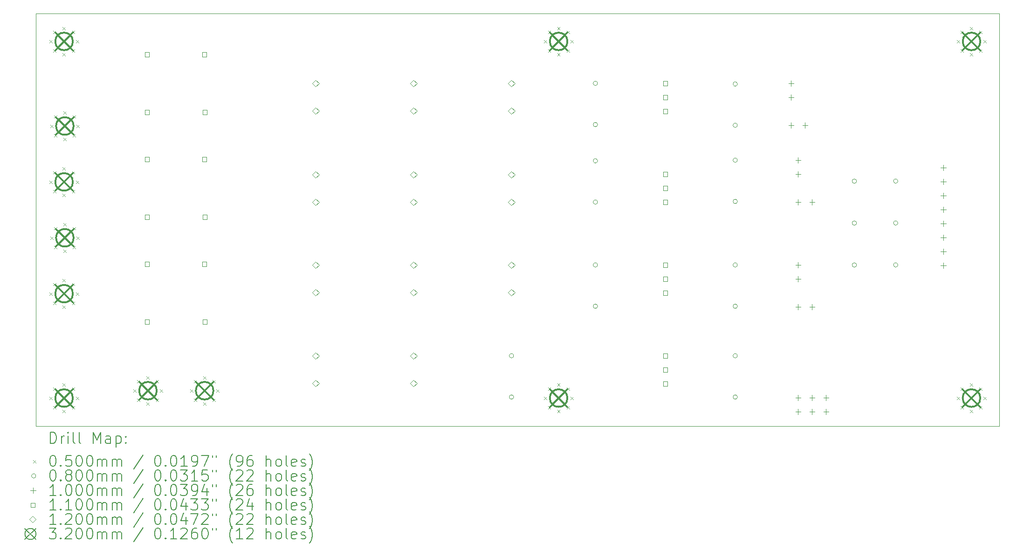
<source format=gbr>
%TF.GenerationSoftware,KiCad,Pcbnew,9.0.7*%
%TF.CreationDate,2026-01-25T12:08:53-05:00*%
%TF.ProjectId,MonitoringPSU,4d6f6e69-746f-4726-996e-675053552e6b,1.0*%
%TF.SameCoordinates,Original*%
%TF.FileFunction,Drillmap*%
%TF.FilePolarity,Positive*%
%FSLAX45Y45*%
G04 Gerber Fmt 4.5, Leading zero omitted, Abs format (unit mm)*
G04 Created by KiCad (PCBNEW 9.0.7) date 2026-01-25 12:08:53*
%MOMM*%
%LPD*%
G01*
G04 APERTURE LIST*
%ADD10C,0.050000*%
%ADD11C,0.200000*%
%ADD12C,0.100000*%
%ADD13C,0.110000*%
%ADD14C,0.120000*%
%ADD15C,0.320000*%
G04 APERTURE END LIST*
D10*
X4913000Y-4937000D02*
X22413000Y-4937000D01*
X22413000Y-12437000D01*
X4913000Y-12437000D01*
X4913000Y-4937000D01*
D11*
D12*
X5156000Y-5420000D02*
X5206000Y-5470000D01*
X5206000Y-5420000D02*
X5156000Y-5470000D01*
X5156000Y-7974000D02*
X5206000Y-8024000D01*
X5206000Y-7974000D02*
X5156000Y-8024000D01*
X5156000Y-10006000D02*
X5206000Y-10056000D01*
X5206000Y-10006000D02*
X5156000Y-10056000D01*
X5156000Y-11904000D02*
X5206000Y-11954000D01*
X5206000Y-11904000D02*
X5156000Y-11954000D01*
X5170000Y-6958000D02*
X5220000Y-7008000D01*
X5220000Y-6958000D02*
X5170000Y-7008000D01*
X5170000Y-8990000D02*
X5220000Y-9040000D01*
X5220000Y-8990000D02*
X5170000Y-9040000D01*
X5226294Y-5250294D02*
X5276294Y-5300294D01*
X5276294Y-5250294D02*
X5226294Y-5300294D01*
X5226294Y-5589706D02*
X5276294Y-5639706D01*
X5276294Y-5589706D02*
X5226294Y-5639706D01*
X5226294Y-7804294D02*
X5276294Y-7854294D01*
X5276294Y-7804294D02*
X5226294Y-7854294D01*
X5226294Y-8143706D02*
X5276294Y-8193706D01*
X5276294Y-8143706D02*
X5226294Y-8193706D01*
X5226294Y-9836294D02*
X5276294Y-9886294D01*
X5276294Y-9836294D02*
X5226294Y-9886294D01*
X5226294Y-10175706D02*
X5276294Y-10225706D01*
X5276294Y-10175706D02*
X5226294Y-10225706D01*
X5226294Y-11734294D02*
X5276294Y-11784294D01*
X5276294Y-11734294D02*
X5226294Y-11784294D01*
X5226294Y-12073706D02*
X5276294Y-12123706D01*
X5276294Y-12073706D02*
X5226294Y-12123706D01*
X5240294Y-6788294D02*
X5290294Y-6838294D01*
X5290294Y-6788294D02*
X5240294Y-6838294D01*
X5240294Y-7127706D02*
X5290294Y-7177706D01*
X5290294Y-7127706D02*
X5240294Y-7177706D01*
X5240294Y-8820294D02*
X5290294Y-8870294D01*
X5290294Y-8820294D02*
X5240294Y-8870294D01*
X5240294Y-9159706D02*
X5290294Y-9209706D01*
X5290294Y-9159706D02*
X5240294Y-9209706D01*
X5396000Y-5180000D02*
X5446000Y-5230000D01*
X5446000Y-5180000D02*
X5396000Y-5230000D01*
X5396000Y-5660000D02*
X5446000Y-5710000D01*
X5446000Y-5660000D02*
X5396000Y-5710000D01*
X5396000Y-7734000D02*
X5446000Y-7784000D01*
X5446000Y-7734000D02*
X5396000Y-7784000D01*
X5396000Y-8214000D02*
X5446000Y-8264000D01*
X5446000Y-8214000D02*
X5396000Y-8264000D01*
X5396000Y-9766000D02*
X5446000Y-9816000D01*
X5446000Y-9766000D02*
X5396000Y-9816000D01*
X5396000Y-10246000D02*
X5446000Y-10296000D01*
X5446000Y-10246000D02*
X5396000Y-10296000D01*
X5396000Y-11664000D02*
X5446000Y-11714000D01*
X5446000Y-11664000D02*
X5396000Y-11714000D01*
X5396000Y-12144000D02*
X5446000Y-12194000D01*
X5446000Y-12144000D02*
X5396000Y-12194000D01*
X5410000Y-6718000D02*
X5460000Y-6768000D01*
X5460000Y-6718000D02*
X5410000Y-6768000D01*
X5410000Y-7198000D02*
X5460000Y-7248000D01*
X5460000Y-7198000D02*
X5410000Y-7248000D01*
X5410000Y-8750000D02*
X5460000Y-8800000D01*
X5460000Y-8750000D02*
X5410000Y-8800000D01*
X5410000Y-9230000D02*
X5460000Y-9280000D01*
X5460000Y-9230000D02*
X5410000Y-9280000D01*
X5565706Y-5250294D02*
X5615706Y-5300294D01*
X5615706Y-5250294D02*
X5565706Y-5300294D01*
X5565706Y-5589706D02*
X5615706Y-5639706D01*
X5615706Y-5589706D02*
X5565706Y-5639706D01*
X5565706Y-7804294D02*
X5615706Y-7854294D01*
X5615706Y-7804294D02*
X5565706Y-7854294D01*
X5565706Y-8143706D02*
X5615706Y-8193706D01*
X5615706Y-8143706D02*
X5565706Y-8193706D01*
X5565706Y-9836294D02*
X5615706Y-9886294D01*
X5615706Y-9836294D02*
X5565706Y-9886294D01*
X5565706Y-10175706D02*
X5615706Y-10225706D01*
X5615706Y-10175706D02*
X5565706Y-10225706D01*
X5565706Y-11734294D02*
X5615706Y-11784294D01*
X5615706Y-11734294D02*
X5565706Y-11784294D01*
X5565706Y-12073706D02*
X5615706Y-12123706D01*
X5615706Y-12073706D02*
X5565706Y-12123706D01*
X5579706Y-6788294D02*
X5629706Y-6838294D01*
X5629706Y-6788294D02*
X5579706Y-6838294D01*
X5579706Y-7127706D02*
X5629706Y-7177706D01*
X5629706Y-7127706D02*
X5579706Y-7177706D01*
X5579706Y-8820294D02*
X5629706Y-8870294D01*
X5629706Y-8820294D02*
X5579706Y-8870294D01*
X5579706Y-9159706D02*
X5629706Y-9209706D01*
X5629706Y-9159706D02*
X5579706Y-9209706D01*
X5636000Y-5420000D02*
X5686000Y-5470000D01*
X5686000Y-5420000D02*
X5636000Y-5470000D01*
X5636000Y-7974000D02*
X5686000Y-8024000D01*
X5686000Y-7974000D02*
X5636000Y-8024000D01*
X5636000Y-10006000D02*
X5686000Y-10056000D01*
X5686000Y-10006000D02*
X5636000Y-10056000D01*
X5636000Y-11904000D02*
X5686000Y-11954000D01*
X5686000Y-11904000D02*
X5636000Y-11954000D01*
X5650000Y-6958000D02*
X5700000Y-7008000D01*
X5700000Y-6958000D02*
X5650000Y-7008000D01*
X5650000Y-8990000D02*
X5700000Y-9040000D01*
X5700000Y-8990000D02*
X5650000Y-9040000D01*
X6680000Y-11770000D02*
X6730000Y-11820000D01*
X6730000Y-11770000D02*
X6680000Y-11820000D01*
X6750294Y-11600294D02*
X6800294Y-11650294D01*
X6800294Y-11600294D02*
X6750294Y-11650294D01*
X6750294Y-11939706D02*
X6800294Y-11989706D01*
X6800294Y-11939706D02*
X6750294Y-11989706D01*
X6920000Y-11530000D02*
X6970000Y-11580000D01*
X6970000Y-11530000D02*
X6920000Y-11580000D01*
X6920000Y-12010000D02*
X6970000Y-12060000D01*
X6970000Y-12010000D02*
X6920000Y-12060000D01*
X7089706Y-11600294D02*
X7139706Y-11650294D01*
X7139706Y-11600294D02*
X7089706Y-11650294D01*
X7089706Y-11939706D02*
X7139706Y-11989706D01*
X7139706Y-11939706D02*
X7089706Y-11989706D01*
X7160000Y-11770000D02*
X7210000Y-11820000D01*
X7210000Y-11770000D02*
X7160000Y-11820000D01*
X7710000Y-11770000D02*
X7760000Y-11820000D01*
X7760000Y-11770000D02*
X7710000Y-11820000D01*
X7780294Y-11600294D02*
X7830294Y-11650294D01*
X7830294Y-11600294D02*
X7780294Y-11650294D01*
X7780294Y-11939706D02*
X7830294Y-11989706D01*
X7830294Y-11939706D02*
X7780294Y-11989706D01*
X7950000Y-11530000D02*
X8000000Y-11580000D01*
X8000000Y-11530000D02*
X7950000Y-11580000D01*
X7950000Y-12010000D02*
X8000000Y-12060000D01*
X8000000Y-12010000D02*
X7950000Y-12060000D01*
X8119706Y-11600294D02*
X8169706Y-11650294D01*
X8169706Y-11600294D02*
X8119706Y-11650294D01*
X8119706Y-11939706D02*
X8169706Y-11989706D01*
X8169706Y-11939706D02*
X8119706Y-11989706D01*
X8190000Y-11770000D02*
X8240000Y-11820000D01*
X8240000Y-11770000D02*
X8190000Y-11820000D01*
X14140000Y-5420000D02*
X14190000Y-5470000D01*
X14190000Y-5420000D02*
X14140000Y-5470000D01*
X14140000Y-11904000D02*
X14190000Y-11954000D01*
X14190000Y-11904000D02*
X14140000Y-11954000D01*
X14210294Y-5250294D02*
X14260294Y-5300294D01*
X14260294Y-5250294D02*
X14210294Y-5300294D01*
X14210294Y-5589706D02*
X14260294Y-5639706D01*
X14260294Y-5589706D02*
X14210294Y-5639706D01*
X14210294Y-11734294D02*
X14260294Y-11784294D01*
X14260294Y-11734294D02*
X14210294Y-11784294D01*
X14210294Y-12073706D02*
X14260294Y-12123706D01*
X14260294Y-12073706D02*
X14210294Y-12123706D01*
X14380000Y-5180000D02*
X14430000Y-5230000D01*
X14430000Y-5180000D02*
X14380000Y-5230000D01*
X14380000Y-5660000D02*
X14430000Y-5710000D01*
X14430000Y-5660000D02*
X14380000Y-5710000D01*
X14380000Y-11664000D02*
X14430000Y-11714000D01*
X14430000Y-11664000D02*
X14380000Y-11714000D01*
X14380000Y-12144000D02*
X14430000Y-12194000D01*
X14430000Y-12144000D02*
X14380000Y-12194000D01*
X14549706Y-5250294D02*
X14599706Y-5300294D01*
X14599706Y-5250294D02*
X14549706Y-5300294D01*
X14549706Y-5589706D02*
X14599706Y-5639706D01*
X14599706Y-5589706D02*
X14549706Y-5639706D01*
X14549706Y-11734294D02*
X14599706Y-11784294D01*
X14599706Y-11734294D02*
X14549706Y-11784294D01*
X14549706Y-12073706D02*
X14599706Y-12123706D01*
X14599706Y-12073706D02*
X14549706Y-12123706D01*
X14620000Y-5420000D02*
X14670000Y-5470000D01*
X14670000Y-5420000D02*
X14620000Y-5470000D01*
X14620000Y-11904000D02*
X14670000Y-11954000D01*
X14670000Y-11904000D02*
X14620000Y-11954000D01*
X21640000Y-5420000D02*
X21690000Y-5470000D01*
X21690000Y-5420000D02*
X21640000Y-5470000D01*
X21640000Y-11904000D02*
X21690000Y-11954000D01*
X21690000Y-11904000D02*
X21640000Y-11954000D01*
X21710294Y-5250294D02*
X21760294Y-5300294D01*
X21760294Y-5250294D02*
X21710294Y-5300294D01*
X21710294Y-5589706D02*
X21760294Y-5639706D01*
X21760294Y-5589706D02*
X21710294Y-5639706D01*
X21710294Y-11734294D02*
X21760294Y-11784294D01*
X21760294Y-11734294D02*
X21710294Y-11784294D01*
X21710294Y-12073706D02*
X21760294Y-12123706D01*
X21760294Y-12073706D02*
X21710294Y-12123706D01*
X21880000Y-5180000D02*
X21930000Y-5230000D01*
X21930000Y-5180000D02*
X21880000Y-5230000D01*
X21880000Y-5660000D02*
X21930000Y-5710000D01*
X21930000Y-5660000D02*
X21880000Y-5710000D01*
X21880000Y-11664000D02*
X21930000Y-11714000D01*
X21930000Y-11664000D02*
X21880000Y-11714000D01*
X21880000Y-12144000D02*
X21930000Y-12194000D01*
X21930000Y-12144000D02*
X21880000Y-12194000D01*
X22049706Y-5250294D02*
X22099706Y-5300294D01*
X22099706Y-5250294D02*
X22049706Y-5300294D01*
X22049706Y-5589706D02*
X22099706Y-5639706D01*
X22099706Y-5589706D02*
X22049706Y-5639706D01*
X22049706Y-11734294D02*
X22099706Y-11784294D01*
X22099706Y-11734294D02*
X22049706Y-11784294D01*
X22049706Y-12073706D02*
X22099706Y-12123706D01*
X22099706Y-12073706D02*
X22049706Y-12123706D01*
X22120000Y-5420000D02*
X22170000Y-5470000D01*
X22170000Y-5420000D02*
X22120000Y-5470000D01*
X22120000Y-11904000D02*
X22170000Y-11954000D01*
X22170000Y-11904000D02*
X22120000Y-11954000D01*
X13589000Y-11160000D02*
G75*
G02*
X13509000Y-11160000I-40000J0D01*
G01*
X13509000Y-11160000D02*
G75*
G02*
X13589000Y-11160000I40000J0D01*
G01*
X13589000Y-11910000D02*
G75*
G02*
X13509000Y-11910000I-40000J0D01*
G01*
X13509000Y-11910000D02*
G75*
G02*
X13589000Y-11910000I40000J0D01*
G01*
X15113000Y-6207000D02*
G75*
G02*
X15033000Y-6207000I-40000J0D01*
G01*
X15033000Y-6207000D02*
G75*
G02*
X15113000Y-6207000I40000J0D01*
G01*
X15113000Y-6957000D02*
G75*
G02*
X15033000Y-6957000I-40000J0D01*
G01*
X15033000Y-6957000D02*
G75*
G02*
X15113000Y-6957000I40000J0D01*
G01*
X15113000Y-7616000D02*
G75*
G02*
X15033000Y-7616000I-40000J0D01*
G01*
X15033000Y-7616000D02*
G75*
G02*
X15113000Y-7616000I40000J0D01*
G01*
X15113000Y-8366000D02*
G75*
G02*
X15033000Y-8366000I-40000J0D01*
G01*
X15033000Y-8366000D02*
G75*
G02*
X15113000Y-8366000I40000J0D01*
G01*
X15113000Y-9509000D02*
G75*
G02*
X15033000Y-9509000I-40000J0D01*
G01*
X15033000Y-9509000D02*
G75*
G02*
X15113000Y-9509000I40000J0D01*
G01*
X15113000Y-10259000D02*
G75*
G02*
X15033000Y-10259000I-40000J0D01*
G01*
X15033000Y-10259000D02*
G75*
G02*
X15113000Y-10259000I40000J0D01*
G01*
X17653000Y-6219000D02*
G75*
G02*
X17573000Y-6219000I-40000J0D01*
G01*
X17573000Y-6219000D02*
G75*
G02*
X17653000Y-6219000I40000J0D01*
G01*
X17653000Y-6969000D02*
G75*
G02*
X17573000Y-6969000I-40000J0D01*
G01*
X17573000Y-6969000D02*
G75*
G02*
X17653000Y-6969000I40000J0D01*
G01*
X17653000Y-7604000D02*
G75*
G02*
X17573000Y-7604000I-40000J0D01*
G01*
X17573000Y-7604000D02*
G75*
G02*
X17653000Y-7604000I40000J0D01*
G01*
X17653000Y-8354000D02*
G75*
G02*
X17573000Y-8354000I-40000J0D01*
G01*
X17573000Y-8354000D02*
G75*
G02*
X17653000Y-8354000I40000J0D01*
G01*
X17653000Y-9509000D02*
G75*
G02*
X17573000Y-9509000I-40000J0D01*
G01*
X17573000Y-9509000D02*
G75*
G02*
X17653000Y-9509000I40000J0D01*
G01*
X17653000Y-10259000D02*
G75*
G02*
X17573000Y-10259000I-40000J0D01*
G01*
X17573000Y-10259000D02*
G75*
G02*
X17653000Y-10259000I40000J0D01*
G01*
X17653000Y-11160000D02*
G75*
G02*
X17573000Y-11160000I-40000J0D01*
G01*
X17573000Y-11160000D02*
G75*
G02*
X17653000Y-11160000I40000J0D01*
G01*
X17653000Y-11910000D02*
G75*
G02*
X17573000Y-11910000I-40000J0D01*
G01*
X17573000Y-11910000D02*
G75*
G02*
X17653000Y-11910000I40000J0D01*
G01*
X19818000Y-7985000D02*
G75*
G02*
X19738000Y-7985000I-40000J0D01*
G01*
X19738000Y-7985000D02*
G75*
G02*
X19818000Y-7985000I40000J0D01*
G01*
X19818000Y-8747000D02*
G75*
G02*
X19738000Y-8747000I-40000J0D01*
G01*
X19738000Y-8747000D02*
G75*
G02*
X19818000Y-8747000I40000J0D01*
G01*
X19818000Y-9509000D02*
G75*
G02*
X19738000Y-9509000I-40000J0D01*
G01*
X19738000Y-9509000D02*
G75*
G02*
X19818000Y-9509000I40000J0D01*
G01*
X20568000Y-7985000D02*
G75*
G02*
X20488000Y-7985000I-40000J0D01*
G01*
X20488000Y-7985000D02*
G75*
G02*
X20568000Y-7985000I40000J0D01*
G01*
X20568000Y-8747000D02*
G75*
G02*
X20488000Y-8747000I-40000J0D01*
G01*
X20488000Y-8747000D02*
G75*
G02*
X20568000Y-8747000I40000J0D01*
G01*
X20568000Y-9509000D02*
G75*
G02*
X20488000Y-9509000I-40000J0D01*
G01*
X20488000Y-9509000D02*
G75*
G02*
X20568000Y-9509000I40000J0D01*
G01*
X18629000Y-6157000D02*
X18629000Y-6257000D01*
X18579000Y-6207000D02*
X18679000Y-6207000D01*
X18629000Y-6411000D02*
X18629000Y-6511000D01*
X18579000Y-6461000D02*
X18679000Y-6461000D01*
X18629000Y-6919000D02*
X18629000Y-7019000D01*
X18579000Y-6969000D02*
X18679000Y-6969000D01*
X18756000Y-7554000D02*
X18756000Y-7654000D01*
X18706000Y-7604000D02*
X18806000Y-7604000D01*
X18756000Y-7808000D02*
X18756000Y-7908000D01*
X18706000Y-7858000D02*
X18806000Y-7858000D01*
X18756000Y-8316000D02*
X18756000Y-8416000D01*
X18706000Y-8366000D02*
X18806000Y-8366000D01*
X18756000Y-9459000D02*
X18756000Y-9559000D01*
X18706000Y-9509000D02*
X18806000Y-9509000D01*
X18756000Y-9713000D02*
X18756000Y-9813000D01*
X18706000Y-9763000D02*
X18806000Y-9763000D01*
X18756000Y-10221000D02*
X18756000Y-10321000D01*
X18706000Y-10271000D02*
X18806000Y-10271000D01*
X18756000Y-11872000D02*
X18756000Y-11972000D01*
X18706000Y-11922000D02*
X18806000Y-11922000D01*
X18756000Y-12126000D02*
X18756000Y-12226000D01*
X18706000Y-12176000D02*
X18806000Y-12176000D01*
X18883000Y-6919000D02*
X18883000Y-7019000D01*
X18833000Y-6969000D02*
X18933000Y-6969000D01*
X19010000Y-8316000D02*
X19010000Y-8416000D01*
X18960000Y-8366000D02*
X19060000Y-8366000D01*
X19010000Y-10221000D02*
X19010000Y-10321000D01*
X18960000Y-10271000D02*
X19060000Y-10271000D01*
X19010000Y-11872000D02*
X19010000Y-11972000D01*
X18960000Y-11922000D02*
X19060000Y-11922000D01*
X19010000Y-12126000D02*
X19010000Y-12226000D01*
X18960000Y-12176000D02*
X19060000Y-12176000D01*
X19264000Y-11872000D02*
X19264000Y-11972000D01*
X19214000Y-11922000D02*
X19314000Y-11922000D01*
X19264000Y-12126000D02*
X19264000Y-12226000D01*
X19214000Y-12176000D02*
X19314000Y-12176000D01*
X21393000Y-7689000D02*
X21393000Y-7789000D01*
X21343000Y-7739000D02*
X21443000Y-7739000D01*
X21393000Y-7943000D02*
X21393000Y-8043000D01*
X21343000Y-7993000D02*
X21443000Y-7993000D01*
X21393000Y-8197000D02*
X21393000Y-8297000D01*
X21343000Y-8247000D02*
X21443000Y-8247000D01*
X21393000Y-8451000D02*
X21393000Y-8551000D01*
X21343000Y-8501000D02*
X21443000Y-8501000D01*
X21393000Y-8705000D02*
X21393000Y-8805000D01*
X21343000Y-8755000D02*
X21443000Y-8755000D01*
X21393000Y-8959000D02*
X21393000Y-9059000D01*
X21343000Y-9009000D02*
X21443000Y-9009000D01*
X21393000Y-9213000D02*
X21393000Y-9313000D01*
X21343000Y-9263000D02*
X21443000Y-9263000D01*
X21393000Y-9467000D02*
X21393000Y-9567000D01*
X21343000Y-9517000D02*
X21443000Y-9517000D01*
D13*
X6966891Y-5720891D02*
X6966891Y-5643109D01*
X6889109Y-5643109D01*
X6889109Y-5720891D01*
X6966891Y-5720891D01*
X6966891Y-6770891D02*
X6966891Y-6693109D01*
X6889109Y-6693109D01*
X6889109Y-6770891D01*
X6966891Y-6770891D01*
X6966891Y-7625891D02*
X6966891Y-7548109D01*
X6889109Y-7548109D01*
X6889109Y-7625891D01*
X6966891Y-7625891D01*
X6966891Y-8675891D02*
X6966891Y-8598109D01*
X6889109Y-8598109D01*
X6889109Y-8675891D01*
X6966891Y-8675891D01*
X6966891Y-9530891D02*
X6966891Y-9453109D01*
X6889109Y-9453109D01*
X6889109Y-9530891D01*
X6966891Y-9530891D01*
X6966891Y-10580891D02*
X6966891Y-10503109D01*
X6889109Y-10503109D01*
X6889109Y-10580891D01*
X6966891Y-10580891D01*
X8006891Y-5720891D02*
X8006891Y-5643109D01*
X7929109Y-5643109D01*
X7929109Y-5720891D01*
X8006891Y-5720891D01*
X8006891Y-7625891D02*
X8006891Y-7548109D01*
X7929109Y-7548109D01*
X7929109Y-7625891D01*
X8006891Y-7625891D01*
X8006891Y-9530891D02*
X8006891Y-9453109D01*
X7929109Y-9453109D01*
X7929109Y-9530891D01*
X8006891Y-9530891D01*
X8016891Y-6770891D02*
X8016891Y-6693109D01*
X7939109Y-6693109D01*
X7939109Y-6770891D01*
X8016891Y-6770891D01*
X8016891Y-8675891D02*
X8016891Y-8598109D01*
X7939109Y-8598109D01*
X7939109Y-8675891D01*
X8016891Y-8675891D01*
X8016891Y-10580891D02*
X8016891Y-10503109D01*
X7939109Y-10503109D01*
X7939109Y-10580891D01*
X8016891Y-10580891D01*
X16381891Y-6245891D02*
X16381891Y-6168109D01*
X16304109Y-6168109D01*
X16304109Y-6245891D01*
X16381891Y-6245891D01*
X16381891Y-6499891D02*
X16381891Y-6422109D01*
X16304109Y-6422109D01*
X16304109Y-6499891D01*
X16381891Y-6499891D01*
X16381891Y-6753891D02*
X16381891Y-6676109D01*
X16304109Y-6676109D01*
X16304109Y-6753891D01*
X16381891Y-6753891D01*
X16381891Y-7896891D02*
X16381891Y-7819109D01*
X16304109Y-7819109D01*
X16304109Y-7896891D01*
X16381891Y-7896891D01*
X16381891Y-8150891D02*
X16381891Y-8073109D01*
X16304109Y-8073109D01*
X16304109Y-8150891D01*
X16381891Y-8150891D01*
X16381891Y-8404891D02*
X16381891Y-8327109D01*
X16304109Y-8327109D01*
X16304109Y-8404891D01*
X16381891Y-8404891D01*
X16381891Y-9547891D02*
X16381891Y-9470109D01*
X16304109Y-9470109D01*
X16304109Y-9547891D01*
X16381891Y-9547891D01*
X16381891Y-9801891D02*
X16381891Y-9724109D01*
X16304109Y-9724109D01*
X16304109Y-9801891D01*
X16381891Y-9801891D01*
X16381891Y-10055891D02*
X16381891Y-9978109D01*
X16304109Y-9978109D01*
X16304109Y-10055891D01*
X16381891Y-10055891D01*
X16381891Y-11198891D02*
X16381891Y-11121109D01*
X16304109Y-11121109D01*
X16304109Y-11198891D01*
X16381891Y-11198891D01*
X16381891Y-11452891D02*
X16381891Y-11375109D01*
X16304109Y-11375109D01*
X16304109Y-11452891D01*
X16381891Y-11452891D01*
X16381891Y-11706891D02*
X16381891Y-11629109D01*
X16304109Y-11629109D01*
X16304109Y-11706891D01*
X16381891Y-11706891D01*
D14*
X9993000Y-6267000D02*
X10053000Y-6207000D01*
X9993000Y-6147000D01*
X9933000Y-6207000D01*
X9993000Y-6267000D01*
X9993000Y-6767000D02*
X10053000Y-6707000D01*
X9993000Y-6647000D01*
X9933000Y-6707000D01*
X9993000Y-6767000D01*
X9993000Y-7926000D02*
X10053000Y-7866000D01*
X9993000Y-7806000D01*
X9933000Y-7866000D01*
X9993000Y-7926000D01*
X9993000Y-8426000D02*
X10053000Y-8366000D01*
X9993000Y-8306000D01*
X9933000Y-8366000D01*
X9993000Y-8426000D01*
X9993000Y-9569000D02*
X10053000Y-9509000D01*
X9993000Y-9449000D01*
X9933000Y-9509000D01*
X9993000Y-9569000D01*
X9993000Y-10069000D02*
X10053000Y-10009000D01*
X9993000Y-9949000D01*
X9933000Y-10009000D01*
X9993000Y-10069000D01*
X9993000Y-11220000D02*
X10053000Y-11160000D01*
X9993000Y-11100000D01*
X9933000Y-11160000D01*
X9993000Y-11220000D01*
X9993000Y-11720000D02*
X10053000Y-11660000D01*
X9993000Y-11600000D01*
X9933000Y-11660000D01*
X9993000Y-11720000D01*
X11771000Y-6267000D02*
X11831000Y-6207000D01*
X11771000Y-6147000D01*
X11711000Y-6207000D01*
X11771000Y-6267000D01*
X11771000Y-6767000D02*
X11831000Y-6707000D01*
X11771000Y-6647000D01*
X11711000Y-6707000D01*
X11771000Y-6767000D01*
X11771000Y-7926000D02*
X11831000Y-7866000D01*
X11771000Y-7806000D01*
X11711000Y-7866000D01*
X11771000Y-7926000D01*
X11771000Y-8426000D02*
X11831000Y-8366000D01*
X11771000Y-8306000D01*
X11711000Y-8366000D01*
X11771000Y-8426000D01*
X11771000Y-9569000D02*
X11831000Y-9509000D01*
X11771000Y-9449000D01*
X11711000Y-9509000D01*
X11771000Y-9569000D01*
X11771000Y-10069000D02*
X11831000Y-10009000D01*
X11771000Y-9949000D01*
X11711000Y-10009000D01*
X11771000Y-10069000D01*
X11771000Y-11220000D02*
X11831000Y-11160000D01*
X11771000Y-11100000D01*
X11711000Y-11160000D01*
X11771000Y-11220000D01*
X11771000Y-11720000D02*
X11831000Y-11660000D01*
X11771000Y-11600000D01*
X11711000Y-11660000D01*
X11771000Y-11720000D01*
X13549000Y-6267000D02*
X13609000Y-6207000D01*
X13549000Y-6147000D01*
X13489000Y-6207000D01*
X13549000Y-6267000D01*
X13549000Y-6767000D02*
X13609000Y-6707000D01*
X13549000Y-6647000D01*
X13489000Y-6707000D01*
X13549000Y-6767000D01*
X13549000Y-7926000D02*
X13609000Y-7866000D01*
X13549000Y-7806000D01*
X13489000Y-7866000D01*
X13549000Y-7926000D01*
X13549000Y-8426000D02*
X13609000Y-8366000D01*
X13549000Y-8306000D01*
X13489000Y-8366000D01*
X13549000Y-8426000D01*
X13549000Y-9569000D02*
X13609000Y-9509000D01*
X13549000Y-9449000D01*
X13489000Y-9509000D01*
X13549000Y-9569000D01*
X13549000Y-10069000D02*
X13609000Y-10009000D01*
X13549000Y-9949000D01*
X13489000Y-10009000D01*
X13549000Y-10069000D01*
D15*
X5261000Y-5285000D02*
X5581000Y-5605000D01*
X5581000Y-5285000D02*
X5261000Y-5605000D01*
X5581000Y-5445000D02*
G75*
G02*
X5261000Y-5445000I-160000J0D01*
G01*
X5261000Y-5445000D02*
G75*
G02*
X5581000Y-5445000I160000J0D01*
G01*
X5261000Y-7839000D02*
X5581000Y-8159000D01*
X5581000Y-7839000D02*
X5261000Y-8159000D01*
X5581000Y-7999000D02*
G75*
G02*
X5261000Y-7999000I-160000J0D01*
G01*
X5261000Y-7999000D02*
G75*
G02*
X5581000Y-7999000I160000J0D01*
G01*
X5261000Y-9871000D02*
X5581000Y-10191000D01*
X5581000Y-9871000D02*
X5261000Y-10191000D01*
X5581000Y-10031000D02*
G75*
G02*
X5261000Y-10031000I-160000J0D01*
G01*
X5261000Y-10031000D02*
G75*
G02*
X5581000Y-10031000I160000J0D01*
G01*
X5261000Y-11769000D02*
X5581000Y-12089000D01*
X5581000Y-11769000D02*
X5261000Y-12089000D01*
X5581000Y-11929000D02*
G75*
G02*
X5261000Y-11929000I-160000J0D01*
G01*
X5261000Y-11929000D02*
G75*
G02*
X5581000Y-11929000I160000J0D01*
G01*
X5275000Y-6823000D02*
X5595000Y-7143000D01*
X5595000Y-6823000D02*
X5275000Y-7143000D01*
X5595000Y-6983000D02*
G75*
G02*
X5275000Y-6983000I-160000J0D01*
G01*
X5275000Y-6983000D02*
G75*
G02*
X5595000Y-6983000I160000J0D01*
G01*
X5275000Y-8855000D02*
X5595000Y-9175000D01*
X5595000Y-8855000D02*
X5275000Y-9175000D01*
X5595000Y-9015000D02*
G75*
G02*
X5275000Y-9015000I-160000J0D01*
G01*
X5275000Y-9015000D02*
G75*
G02*
X5595000Y-9015000I160000J0D01*
G01*
X6785000Y-11635000D02*
X7105000Y-11955000D01*
X7105000Y-11635000D02*
X6785000Y-11955000D01*
X7105000Y-11795000D02*
G75*
G02*
X6785000Y-11795000I-160000J0D01*
G01*
X6785000Y-11795000D02*
G75*
G02*
X7105000Y-11795000I160000J0D01*
G01*
X7815000Y-11635000D02*
X8135000Y-11955000D01*
X8135000Y-11635000D02*
X7815000Y-11955000D01*
X8135000Y-11795000D02*
G75*
G02*
X7815000Y-11795000I-160000J0D01*
G01*
X7815000Y-11795000D02*
G75*
G02*
X8135000Y-11795000I160000J0D01*
G01*
X14245000Y-5285000D02*
X14565000Y-5605000D01*
X14565000Y-5285000D02*
X14245000Y-5605000D01*
X14565000Y-5445000D02*
G75*
G02*
X14245000Y-5445000I-160000J0D01*
G01*
X14245000Y-5445000D02*
G75*
G02*
X14565000Y-5445000I160000J0D01*
G01*
X14245000Y-11769000D02*
X14565000Y-12089000D01*
X14565000Y-11769000D02*
X14245000Y-12089000D01*
X14565000Y-11929000D02*
G75*
G02*
X14245000Y-11929000I-160000J0D01*
G01*
X14245000Y-11929000D02*
G75*
G02*
X14565000Y-11929000I160000J0D01*
G01*
X21745000Y-5285000D02*
X22065000Y-5605000D01*
X22065000Y-5285000D02*
X21745000Y-5605000D01*
X22065000Y-5445000D02*
G75*
G02*
X21745000Y-5445000I-160000J0D01*
G01*
X21745000Y-5445000D02*
G75*
G02*
X22065000Y-5445000I160000J0D01*
G01*
X21745000Y-11769000D02*
X22065000Y-12089000D01*
X22065000Y-11769000D02*
X21745000Y-12089000D01*
X22065000Y-11929000D02*
G75*
G02*
X21745000Y-11929000I-160000J0D01*
G01*
X21745000Y-11929000D02*
G75*
G02*
X22065000Y-11929000I160000J0D01*
G01*
D11*
X5171277Y-12750984D02*
X5171277Y-12550984D01*
X5171277Y-12550984D02*
X5218896Y-12550984D01*
X5218896Y-12550984D02*
X5247467Y-12560508D01*
X5247467Y-12560508D02*
X5266515Y-12579555D01*
X5266515Y-12579555D02*
X5276039Y-12598603D01*
X5276039Y-12598603D02*
X5285563Y-12636698D01*
X5285563Y-12636698D02*
X5285563Y-12665269D01*
X5285563Y-12665269D02*
X5276039Y-12703365D01*
X5276039Y-12703365D02*
X5266515Y-12722412D01*
X5266515Y-12722412D02*
X5247467Y-12741460D01*
X5247467Y-12741460D02*
X5218896Y-12750984D01*
X5218896Y-12750984D02*
X5171277Y-12750984D01*
X5371277Y-12750984D02*
X5371277Y-12617650D01*
X5371277Y-12655746D02*
X5380801Y-12636698D01*
X5380801Y-12636698D02*
X5390324Y-12627174D01*
X5390324Y-12627174D02*
X5409372Y-12617650D01*
X5409372Y-12617650D02*
X5428420Y-12617650D01*
X5495086Y-12750984D02*
X5495086Y-12617650D01*
X5495086Y-12550984D02*
X5485563Y-12560508D01*
X5485563Y-12560508D02*
X5495086Y-12570031D01*
X5495086Y-12570031D02*
X5504610Y-12560508D01*
X5504610Y-12560508D02*
X5495086Y-12550984D01*
X5495086Y-12550984D02*
X5495086Y-12570031D01*
X5618896Y-12750984D02*
X5599848Y-12741460D01*
X5599848Y-12741460D02*
X5590324Y-12722412D01*
X5590324Y-12722412D02*
X5590324Y-12550984D01*
X5723658Y-12750984D02*
X5704610Y-12741460D01*
X5704610Y-12741460D02*
X5695086Y-12722412D01*
X5695086Y-12722412D02*
X5695086Y-12550984D01*
X5952229Y-12750984D02*
X5952229Y-12550984D01*
X5952229Y-12550984D02*
X6018896Y-12693841D01*
X6018896Y-12693841D02*
X6085562Y-12550984D01*
X6085562Y-12550984D02*
X6085562Y-12750984D01*
X6266515Y-12750984D02*
X6266515Y-12646222D01*
X6266515Y-12646222D02*
X6256991Y-12627174D01*
X6256991Y-12627174D02*
X6237943Y-12617650D01*
X6237943Y-12617650D02*
X6199848Y-12617650D01*
X6199848Y-12617650D02*
X6180801Y-12627174D01*
X6266515Y-12741460D02*
X6247467Y-12750984D01*
X6247467Y-12750984D02*
X6199848Y-12750984D01*
X6199848Y-12750984D02*
X6180801Y-12741460D01*
X6180801Y-12741460D02*
X6171277Y-12722412D01*
X6171277Y-12722412D02*
X6171277Y-12703365D01*
X6171277Y-12703365D02*
X6180801Y-12684317D01*
X6180801Y-12684317D02*
X6199848Y-12674793D01*
X6199848Y-12674793D02*
X6247467Y-12674793D01*
X6247467Y-12674793D02*
X6266515Y-12665269D01*
X6361753Y-12617650D02*
X6361753Y-12817650D01*
X6361753Y-12627174D02*
X6380801Y-12617650D01*
X6380801Y-12617650D02*
X6418896Y-12617650D01*
X6418896Y-12617650D02*
X6437943Y-12627174D01*
X6437943Y-12627174D02*
X6447467Y-12636698D01*
X6447467Y-12636698D02*
X6456991Y-12655746D01*
X6456991Y-12655746D02*
X6456991Y-12712888D01*
X6456991Y-12712888D02*
X6447467Y-12731936D01*
X6447467Y-12731936D02*
X6437943Y-12741460D01*
X6437943Y-12741460D02*
X6418896Y-12750984D01*
X6418896Y-12750984D02*
X6380801Y-12750984D01*
X6380801Y-12750984D02*
X6361753Y-12741460D01*
X6542705Y-12731936D02*
X6552229Y-12741460D01*
X6552229Y-12741460D02*
X6542705Y-12750984D01*
X6542705Y-12750984D02*
X6533182Y-12741460D01*
X6533182Y-12741460D02*
X6542705Y-12731936D01*
X6542705Y-12731936D02*
X6542705Y-12750984D01*
X6542705Y-12627174D02*
X6552229Y-12636698D01*
X6552229Y-12636698D02*
X6542705Y-12646222D01*
X6542705Y-12646222D02*
X6533182Y-12636698D01*
X6533182Y-12636698D02*
X6542705Y-12627174D01*
X6542705Y-12627174D02*
X6542705Y-12646222D01*
D12*
X4860500Y-13054500D02*
X4910500Y-13104500D01*
X4910500Y-13054500D02*
X4860500Y-13104500D01*
D11*
X5209372Y-12970984D02*
X5228420Y-12970984D01*
X5228420Y-12970984D02*
X5247467Y-12980508D01*
X5247467Y-12980508D02*
X5256991Y-12990031D01*
X5256991Y-12990031D02*
X5266515Y-13009079D01*
X5266515Y-13009079D02*
X5276039Y-13047174D01*
X5276039Y-13047174D02*
X5276039Y-13094793D01*
X5276039Y-13094793D02*
X5266515Y-13132888D01*
X5266515Y-13132888D02*
X5256991Y-13151936D01*
X5256991Y-13151936D02*
X5247467Y-13161460D01*
X5247467Y-13161460D02*
X5228420Y-13170984D01*
X5228420Y-13170984D02*
X5209372Y-13170984D01*
X5209372Y-13170984D02*
X5190324Y-13161460D01*
X5190324Y-13161460D02*
X5180801Y-13151936D01*
X5180801Y-13151936D02*
X5171277Y-13132888D01*
X5171277Y-13132888D02*
X5161753Y-13094793D01*
X5161753Y-13094793D02*
X5161753Y-13047174D01*
X5161753Y-13047174D02*
X5171277Y-13009079D01*
X5171277Y-13009079D02*
X5180801Y-12990031D01*
X5180801Y-12990031D02*
X5190324Y-12980508D01*
X5190324Y-12980508D02*
X5209372Y-12970984D01*
X5361753Y-13151936D02*
X5371277Y-13161460D01*
X5371277Y-13161460D02*
X5361753Y-13170984D01*
X5361753Y-13170984D02*
X5352229Y-13161460D01*
X5352229Y-13161460D02*
X5361753Y-13151936D01*
X5361753Y-13151936D02*
X5361753Y-13170984D01*
X5552229Y-12970984D02*
X5456991Y-12970984D01*
X5456991Y-12970984D02*
X5447467Y-13066222D01*
X5447467Y-13066222D02*
X5456991Y-13056698D01*
X5456991Y-13056698D02*
X5476039Y-13047174D01*
X5476039Y-13047174D02*
X5523658Y-13047174D01*
X5523658Y-13047174D02*
X5542705Y-13056698D01*
X5542705Y-13056698D02*
X5552229Y-13066222D01*
X5552229Y-13066222D02*
X5561753Y-13085269D01*
X5561753Y-13085269D02*
X5561753Y-13132888D01*
X5561753Y-13132888D02*
X5552229Y-13151936D01*
X5552229Y-13151936D02*
X5542705Y-13161460D01*
X5542705Y-13161460D02*
X5523658Y-13170984D01*
X5523658Y-13170984D02*
X5476039Y-13170984D01*
X5476039Y-13170984D02*
X5456991Y-13161460D01*
X5456991Y-13161460D02*
X5447467Y-13151936D01*
X5685562Y-12970984D02*
X5704610Y-12970984D01*
X5704610Y-12970984D02*
X5723658Y-12980508D01*
X5723658Y-12980508D02*
X5733182Y-12990031D01*
X5733182Y-12990031D02*
X5742705Y-13009079D01*
X5742705Y-13009079D02*
X5752229Y-13047174D01*
X5752229Y-13047174D02*
X5752229Y-13094793D01*
X5752229Y-13094793D02*
X5742705Y-13132888D01*
X5742705Y-13132888D02*
X5733182Y-13151936D01*
X5733182Y-13151936D02*
X5723658Y-13161460D01*
X5723658Y-13161460D02*
X5704610Y-13170984D01*
X5704610Y-13170984D02*
X5685562Y-13170984D01*
X5685562Y-13170984D02*
X5666515Y-13161460D01*
X5666515Y-13161460D02*
X5656991Y-13151936D01*
X5656991Y-13151936D02*
X5647467Y-13132888D01*
X5647467Y-13132888D02*
X5637943Y-13094793D01*
X5637943Y-13094793D02*
X5637943Y-13047174D01*
X5637943Y-13047174D02*
X5647467Y-13009079D01*
X5647467Y-13009079D02*
X5656991Y-12990031D01*
X5656991Y-12990031D02*
X5666515Y-12980508D01*
X5666515Y-12980508D02*
X5685562Y-12970984D01*
X5876039Y-12970984D02*
X5895086Y-12970984D01*
X5895086Y-12970984D02*
X5914134Y-12980508D01*
X5914134Y-12980508D02*
X5923658Y-12990031D01*
X5923658Y-12990031D02*
X5933182Y-13009079D01*
X5933182Y-13009079D02*
X5942705Y-13047174D01*
X5942705Y-13047174D02*
X5942705Y-13094793D01*
X5942705Y-13094793D02*
X5933182Y-13132888D01*
X5933182Y-13132888D02*
X5923658Y-13151936D01*
X5923658Y-13151936D02*
X5914134Y-13161460D01*
X5914134Y-13161460D02*
X5895086Y-13170984D01*
X5895086Y-13170984D02*
X5876039Y-13170984D01*
X5876039Y-13170984D02*
X5856991Y-13161460D01*
X5856991Y-13161460D02*
X5847467Y-13151936D01*
X5847467Y-13151936D02*
X5837943Y-13132888D01*
X5837943Y-13132888D02*
X5828420Y-13094793D01*
X5828420Y-13094793D02*
X5828420Y-13047174D01*
X5828420Y-13047174D02*
X5837943Y-13009079D01*
X5837943Y-13009079D02*
X5847467Y-12990031D01*
X5847467Y-12990031D02*
X5856991Y-12980508D01*
X5856991Y-12980508D02*
X5876039Y-12970984D01*
X6028420Y-13170984D02*
X6028420Y-13037650D01*
X6028420Y-13056698D02*
X6037943Y-13047174D01*
X6037943Y-13047174D02*
X6056991Y-13037650D01*
X6056991Y-13037650D02*
X6085563Y-13037650D01*
X6085563Y-13037650D02*
X6104610Y-13047174D01*
X6104610Y-13047174D02*
X6114134Y-13066222D01*
X6114134Y-13066222D02*
X6114134Y-13170984D01*
X6114134Y-13066222D02*
X6123658Y-13047174D01*
X6123658Y-13047174D02*
X6142705Y-13037650D01*
X6142705Y-13037650D02*
X6171277Y-13037650D01*
X6171277Y-13037650D02*
X6190324Y-13047174D01*
X6190324Y-13047174D02*
X6199848Y-13066222D01*
X6199848Y-13066222D02*
X6199848Y-13170984D01*
X6295086Y-13170984D02*
X6295086Y-13037650D01*
X6295086Y-13056698D02*
X6304610Y-13047174D01*
X6304610Y-13047174D02*
X6323658Y-13037650D01*
X6323658Y-13037650D02*
X6352229Y-13037650D01*
X6352229Y-13037650D02*
X6371277Y-13047174D01*
X6371277Y-13047174D02*
X6380801Y-13066222D01*
X6380801Y-13066222D02*
X6380801Y-13170984D01*
X6380801Y-13066222D02*
X6390324Y-13047174D01*
X6390324Y-13047174D02*
X6409372Y-13037650D01*
X6409372Y-13037650D02*
X6437943Y-13037650D01*
X6437943Y-13037650D02*
X6456991Y-13047174D01*
X6456991Y-13047174D02*
X6466515Y-13066222D01*
X6466515Y-13066222D02*
X6466515Y-13170984D01*
X6856991Y-12961460D02*
X6685563Y-13218603D01*
X7114134Y-12970984D02*
X7133182Y-12970984D01*
X7133182Y-12970984D02*
X7152229Y-12980508D01*
X7152229Y-12980508D02*
X7161753Y-12990031D01*
X7161753Y-12990031D02*
X7171277Y-13009079D01*
X7171277Y-13009079D02*
X7180801Y-13047174D01*
X7180801Y-13047174D02*
X7180801Y-13094793D01*
X7180801Y-13094793D02*
X7171277Y-13132888D01*
X7171277Y-13132888D02*
X7161753Y-13151936D01*
X7161753Y-13151936D02*
X7152229Y-13161460D01*
X7152229Y-13161460D02*
X7133182Y-13170984D01*
X7133182Y-13170984D02*
X7114134Y-13170984D01*
X7114134Y-13170984D02*
X7095086Y-13161460D01*
X7095086Y-13161460D02*
X7085563Y-13151936D01*
X7085563Y-13151936D02*
X7076039Y-13132888D01*
X7076039Y-13132888D02*
X7066515Y-13094793D01*
X7066515Y-13094793D02*
X7066515Y-13047174D01*
X7066515Y-13047174D02*
X7076039Y-13009079D01*
X7076039Y-13009079D02*
X7085563Y-12990031D01*
X7085563Y-12990031D02*
X7095086Y-12980508D01*
X7095086Y-12980508D02*
X7114134Y-12970984D01*
X7266515Y-13151936D02*
X7276039Y-13161460D01*
X7276039Y-13161460D02*
X7266515Y-13170984D01*
X7266515Y-13170984D02*
X7256991Y-13161460D01*
X7256991Y-13161460D02*
X7266515Y-13151936D01*
X7266515Y-13151936D02*
X7266515Y-13170984D01*
X7399848Y-12970984D02*
X7418896Y-12970984D01*
X7418896Y-12970984D02*
X7437944Y-12980508D01*
X7437944Y-12980508D02*
X7447467Y-12990031D01*
X7447467Y-12990031D02*
X7456991Y-13009079D01*
X7456991Y-13009079D02*
X7466515Y-13047174D01*
X7466515Y-13047174D02*
X7466515Y-13094793D01*
X7466515Y-13094793D02*
X7456991Y-13132888D01*
X7456991Y-13132888D02*
X7447467Y-13151936D01*
X7447467Y-13151936D02*
X7437944Y-13161460D01*
X7437944Y-13161460D02*
X7418896Y-13170984D01*
X7418896Y-13170984D02*
X7399848Y-13170984D01*
X7399848Y-13170984D02*
X7380801Y-13161460D01*
X7380801Y-13161460D02*
X7371277Y-13151936D01*
X7371277Y-13151936D02*
X7361753Y-13132888D01*
X7361753Y-13132888D02*
X7352229Y-13094793D01*
X7352229Y-13094793D02*
X7352229Y-13047174D01*
X7352229Y-13047174D02*
X7361753Y-13009079D01*
X7361753Y-13009079D02*
X7371277Y-12990031D01*
X7371277Y-12990031D02*
X7380801Y-12980508D01*
X7380801Y-12980508D02*
X7399848Y-12970984D01*
X7656991Y-13170984D02*
X7542706Y-13170984D01*
X7599848Y-13170984D02*
X7599848Y-12970984D01*
X7599848Y-12970984D02*
X7580801Y-12999555D01*
X7580801Y-12999555D02*
X7561753Y-13018603D01*
X7561753Y-13018603D02*
X7542706Y-13028127D01*
X7752229Y-13170984D02*
X7790325Y-13170984D01*
X7790325Y-13170984D02*
X7809372Y-13161460D01*
X7809372Y-13161460D02*
X7818896Y-13151936D01*
X7818896Y-13151936D02*
X7837944Y-13123365D01*
X7837944Y-13123365D02*
X7847467Y-13085269D01*
X7847467Y-13085269D02*
X7847467Y-13009079D01*
X7847467Y-13009079D02*
X7837944Y-12990031D01*
X7837944Y-12990031D02*
X7828420Y-12980508D01*
X7828420Y-12980508D02*
X7809372Y-12970984D01*
X7809372Y-12970984D02*
X7771277Y-12970984D01*
X7771277Y-12970984D02*
X7752229Y-12980508D01*
X7752229Y-12980508D02*
X7742706Y-12990031D01*
X7742706Y-12990031D02*
X7733182Y-13009079D01*
X7733182Y-13009079D02*
X7733182Y-13056698D01*
X7733182Y-13056698D02*
X7742706Y-13075746D01*
X7742706Y-13075746D02*
X7752229Y-13085269D01*
X7752229Y-13085269D02*
X7771277Y-13094793D01*
X7771277Y-13094793D02*
X7809372Y-13094793D01*
X7809372Y-13094793D02*
X7828420Y-13085269D01*
X7828420Y-13085269D02*
X7837944Y-13075746D01*
X7837944Y-13075746D02*
X7847467Y-13056698D01*
X7914134Y-12970984D02*
X8047467Y-12970984D01*
X8047467Y-12970984D02*
X7961753Y-13170984D01*
X8114134Y-12970984D02*
X8114134Y-13009079D01*
X8190325Y-12970984D02*
X8190325Y-13009079D01*
X8485563Y-13247174D02*
X8476039Y-13237650D01*
X8476039Y-13237650D02*
X8456991Y-13209079D01*
X8456991Y-13209079D02*
X8447468Y-13190031D01*
X8447468Y-13190031D02*
X8437944Y-13161460D01*
X8437944Y-13161460D02*
X8428420Y-13113841D01*
X8428420Y-13113841D02*
X8428420Y-13075746D01*
X8428420Y-13075746D02*
X8437944Y-13028127D01*
X8437944Y-13028127D02*
X8447468Y-12999555D01*
X8447468Y-12999555D02*
X8456991Y-12980508D01*
X8456991Y-12980508D02*
X8476039Y-12951936D01*
X8476039Y-12951936D02*
X8485563Y-12942412D01*
X8571277Y-13170984D02*
X8609372Y-13170984D01*
X8609372Y-13170984D02*
X8628420Y-13161460D01*
X8628420Y-13161460D02*
X8637944Y-13151936D01*
X8637944Y-13151936D02*
X8656991Y-13123365D01*
X8656991Y-13123365D02*
X8666515Y-13085269D01*
X8666515Y-13085269D02*
X8666515Y-13009079D01*
X8666515Y-13009079D02*
X8656991Y-12990031D01*
X8656991Y-12990031D02*
X8647468Y-12980508D01*
X8647468Y-12980508D02*
X8628420Y-12970984D01*
X8628420Y-12970984D02*
X8590325Y-12970984D01*
X8590325Y-12970984D02*
X8571277Y-12980508D01*
X8571277Y-12980508D02*
X8561753Y-12990031D01*
X8561753Y-12990031D02*
X8552230Y-13009079D01*
X8552230Y-13009079D02*
X8552230Y-13056698D01*
X8552230Y-13056698D02*
X8561753Y-13075746D01*
X8561753Y-13075746D02*
X8571277Y-13085269D01*
X8571277Y-13085269D02*
X8590325Y-13094793D01*
X8590325Y-13094793D02*
X8628420Y-13094793D01*
X8628420Y-13094793D02*
X8647468Y-13085269D01*
X8647468Y-13085269D02*
X8656991Y-13075746D01*
X8656991Y-13075746D02*
X8666515Y-13056698D01*
X8837944Y-12970984D02*
X8799849Y-12970984D01*
X8799849Y-12970984D02*
X8780801Y-12980508D01*
X8780801Y-12980508D02*
X8771277Y-12990031D01*
X8771277Y-12990031D02*
X8752230Y-13018603D01*
X8752230Y-13018603D02*
X8742706Y-13056698D01*
X8742706Y-13056698D02*
X8742706Y-13132888D01*
X8742706Y-13132888D02*
X8752230Y-13151936D01*
X8752230Y-13151936D02*
X8761753Y-13161460D01*
X8761753Y-13161460D02*
X8780801Y-13170984D01*
X8780801Y-13170984D02*
X8818896Y-13170984D01*
X8818896Y-13170984D02*
X8837944Y-13161460D01*
X8837944Y-13161460D02*
X8847468Y-13151936D01*
X8847468Y-13151936D02*
X8856991Y-13132888D01*
X8856991Y-13132888D02*
X8856991Y-13085269D01*
X8856991Y-13085269D02*
X8847468Y-13066222D01*
X8847468Y-13066222D02*
X8837944Y-13056698D01*
X8837944Y-13056698D02*
X8818896Y-13047174D01*
X8818896Y-13047174D02*
X8780801Y-13047174D01*
X8780801Y-13047174D02*
X8761753Y-13056698D01*
X8761753Y-13056698D02*
X8752230Y-13066222D01*
X8752230Y-13066222D02*
X8742706Y-13085269D01*
X9095087Y-13170984D02*
X9095087Y-12970984D01*
X9180801Y-13170984D02*
X9180801Y-13066222D01*
X9180801Y-13066222D02*
X9171277Y-13047174D01*
X9171277Y-13047174D02*
X9152230Y-13037650D01*
X9152230Y-13037650D02*
X9123658Y-13037650D01*
X9123658Y-13037650D02*
X9104611Y-13047174D01*
X9104611Y-13047174D02*
X9095087Y-13056698D01*
X9304611Y-13170984D02*
X9285563Y-13161460D01*
X9285563Y-13161460D02*
X9276039Y-13151936D01*
X9276039Y-13151936D02*
X9266515Y-13132888D01*
X9266515Y-13132888D02*
X9266515Y-13075746D01*
X9266515Y-13075746D02*
X9276039Y-13056698D01*
X9276039Y-13056698D02*
X9285563Y-13047174D01*
X9285563Y-13047174D02*
X9304611Y-13037650D01*
X9304611Y-13037650D02*
X9333182Y-13037650D01*
X9333182Y-13037650D02*
X9352230Y-13047174D01*
X9352230Y-13047174D02*
X9361753Y-13056698D01*
X9361753Y-13056698D02*
X9371277Y-13075746D01*
X9371277Y-13075746D02*
X9371277Y-13132888D01*
X9371277Y-13132888D02*
X9361753Y-13151936D01*
X9361753Y-13151936D02*
X9352230Y-13161460D01*
X9352230Y-13161460D02*
X9333182Y-13170984D01*
X9333182Y-13170984D02*
X9304611Y-13170984D01*
X9485563Y-13170984D02*
X9466515Y-13161460D01*
X9466515Y-13161460D02*
X9456992Y-13142412D01*
X9456992Y-13142412D02*
X9456992Y-12970984D01*
X9637944Y-13161460D02*
X9618896Y-13170984D01*
X9618896Y-13170984D02*
X9580801Y-13170984D01*
X9580801Y-13170984D02*
X9561753Y-13161460D01*
X9561753Y-13161460D02*
X9552230Y-13142412D01*
X9552230Y-13142412D02*
X9552230Y-13066222D01*
X9552230Y-13066222D02*
X9561753Y-13047174D01*
X9561753Y-13047174D02*
X9580801Y-13037650D01*
X9580801Y-13037650D02*
X9618896Y-13037650D01*
X9618896Y-13037650D02*
X9637944Y-13047174D01*
X9637944Y-13047174D02*
X9647468Y-13066222D01*
X9647468Y-13066222D02*
X9647468Y-13085269D01*
X9647468Y-13085269D02*
X9552230Y-13104317D01*
X9723658Y-13161460D02*
X9742706Y-13170984D01*
X9742706Y-13170984D02*
X9780801Y-13170984D01*
X9780801Y-13170984D02*
X9799849Y-13161460D01*
X9799849Y-13161460D02*
X9809373Y-13142412D01*
X9809373Y-13142412D02*
X9809373Y-13132888D01*
X9809373Y-13132888D02*
X9799849Y-13113841D01*
X9799849Y-13113841D02*
X9780801Y-13104317D01*
X9780801Y-13104317D02*
X9752230Y-13104317D01*
X9752230Y-13104317D02*
X9733182Y-13094793D01*
X9733182Y-13094793D02*
X9723658Y-13075746D01*
X9723658Y-13075746D02*
X9723658Y-13066222D01*
X9723658Y-13066222D02*
X9733182Y-13047174D01*
X9733182Y-13047174D02*
X9752230Y-13037650D01*
X9752230Y-13037650D02*
X9780801Y-13037650D01*
X9780801Y-13037650D02*
X9799849Y-13047174D01*
X9876039Y-13247174D02*
X9885563Y-13237650D01*
X9885563Y-13237650D02*
X9904611Y-13209079D01*
X9904611Y-13209079D02*
X9914134Y-13190031D01*
X9914134Y-13190031D02*
X9923658Y-13161460D01*
X9923658Y-13161460D02*
X9933182Y-13113841D01*
X9933182Y-13113841D02*
X9933182Y-13075746D01*
X9933182Y-13075746D02*
X9923658Y-13028127D01*
X9923658Y-13028127D02*
X9914134Y-12999555D01*
X9914134Y-12999555D02*
X9904611Y-12980508D01*
X9904611Y-12980508D02*
X9885563Y-12951936D01*
X9885563Y-12951936D02*
X9876039Y-12942412D01*
D12*
X4910500Y-13343500D02*
G75*
G02*
X4830500Y-13343500I-40000J0D01*
G01*
X4830500Y-13343500D02*
G75*
G02*
X4910500Y-13343500I40000J0D01*
G01*
D11*
X5209372Y-13234984D02*
X5228420Y-13234984D01*
X5228420Y-13234984D02*
X5247467Y-13244508D01*
X5247467Y-13244508D02*
X5256991Y-13254031D01*
X5256991Y-13254031D02*
X5266515Y-13273079D01*
X5266515Y-13273079D02*
X5276039Y-13311174D01*
X5276039Y-13311174D02*
X5276039Y-13358793D01*
X5276039Y-13358793D02*
X5266515Y-13396888D01*
X5266515Y-13396888D02*
X5256991Y-13415936D01*
X5256991Y-13415936D02*
X5247467Y-13425460D01*
X5247467Y-13425460D02*
X5228420Y-13434984D01*
X5228420Y-13434984D02*
X5209372Y-13434984D01*
X5209372Y-13434984D02*
X5190324Y-13425460D01*
X5190324Y-13425460D02*
X5180801Y-13415936D01*
X5180801Y-13415936D02*
X5171277Y-13396888D01*
X5171277Y-13396888D02*
X5161753Y-13358793D01*
X5161753Y-13358793D02*
X5161753Y-13311174D01*
X5161753Y-13311174D02*
X5171277Y-13273079D01*
X5171277Y-13273079D02*
X5180801Y-13254031D01*
X5180801Y-13254031D02*
X5190324Y-13244508D01*
X5190324Y-13244508D02*
X5209372Y-13234984D01*
X5361753Y-13415936D02*
X5371277Y-13425460D01*
X5371277Y-13425460D02*
X5361753Y-13434984D01*
X5361753Y-13434984D02*
X5352229Y-13425460D01*
X5352229Y-13425460D02*
X5361753Y-13415936D01*
X5361753Y-13415936D02*
X5361753Y-13434984D01*
X5485563Y-13320698D02*
X5466515Y-13311174D01*
X5466515Y-13311174D02*
X5456991Y-13301650D01*
X5456991Y-13301650D02*
X5447467Y-13282603D01*
X5447467Y-13282603D02*
X5447467Y-13273079D01*
X5447467Y-13273079D02*
X5456991Y-13254031D01*
X5456991Y-13254031D02*
X5466515Y-13244508D01*
X5466515Y-13244508D02*
X5485563Y-13234984D01*
X5485563Y-13234984D02*
X5523658Y-13234984D01*
X5523658Y-13234984D02*
X5542705Y-13244508D01*
X5542705Y-13244508D02*
X5552229Y-13254031D01*
X5552229Y-13254031D02*
X5561753Y-13273079D01*
X5561753Y-13273079D02*
X5561753Y-13282603D01*
X5561753Y-13282603D02*
X5552229Y-13301650D01*
X5552229Y-13301650D02*
X5542705Y-13311174D01*
X5542705Y-13311174D02*
X5523658Y-13320698D01*
X5523658Y-13320698D02*
X5485563Y-13320698D01*
X5485563Y-13320698D02*
X5466515Y-13330222D01*
X5466515Y-13330222D02*
X5456991Y-13339746D01*
X5456991Y-13339746D02*
X5447467Y-13358793D01*
X5447467Y-13358793D02*
X5447467Y-13396888D01*
X5447467Y-13396888D02*
X5456991Y-13415936D01*
X5456991Y-13415936D02*
X5466515Y-13425460D01*
X5466515Y-13425460D02*
X5485563Y-13434984D01*
X5485563Y-13434984D02*
X5523658Y-13434984D01*
X5523658Y-13434984D02*
X5542705Y-13425460D01*
X5542705Y-13425460D02*
X5552229Y-13415936D01*
X5552229Y-13415936D02*
X5561753Y-13396888D01*
X5561753Y-13396888D02*
X5561753Y-13358793D01*
X5561753Y-13358793D02*
X5552229Y-13339746D01*
X5552229Y-13339746D02*
X5542705Y-13330222D01*
X5542705Y-13330222D02*
X5523658Y-13320698D01*
X5685562Y-13234984D02*
X5704610Y-13234984D01*
X5704610Y-13234984D02*
X5723658Y-13244508D01*
X5723658Y-13244508D02*
X5733182Y-13254031D01*
X5733182Y-13254031D02*
X5742705Y-13273079D01*
X5742705Y-13273079D02*
X5752229Y-13311174D01*
X5752229Y-13311174D02*
X5752229Y-13358793D01*
X5752229Y-13358793D02*
X5742705Y-13396888D01*
X5742705Y-13396888D02*
X5733182Y-13415936D01*
X5733182Y-13415936D02*
X5723658Y-13425460D01*
X5723658Y-13425460D02*
X5704610Y-13434984D01*
X5704610Y-13434984D02*
X5685562Y-13434984D01*
X5685562Y-13434984D02*
X5666515Y-13425460D01*
X5666515Y-13425460D02*
X5656991Y-13415936D01*
X5656991Y-13415936D02*
X5647467Y-13396888D01*
X5647467Y-13396888D02*
X5637943Y-13358793D01*
X5637943Y-13358793D02*
X5637943Y-13311174D01*
X5637943Y-13311174D02*
X5647467Y-13273079D01*
X5647467Y-13273079D02*
X5656991Y-13254031D01*
X5656991Y-13254031D02*
X5666515Y-13244508D01*
X5666515Y-13244508D02*
X5685562Y-13234984D01*
X5876039Y-13234984D02*
X5895086Y-13234984D01*
X5895086Y-13234984D02*
X5914134Y-13244508D01*
X5914134Y-13244508D02*
X5923658Y-13254031D01*
X5923658Y-13254031D02*
X5933182Y-13273079D01*
X5933182Y-13273079D02*
X5942705Y-13311174D01*
X5942705Y-13311174D02*
X5942705Y-13358793D01*
X5942705Y-13358793D02*
X5933182Y-13396888D01*
X5933182Y-13396888D02*
X5923658Y-13415936D01*
X5923658Y-13415936D02*
X5914134Y-13425460D01*
X5914134Y-13425460D02*
X5895086Y-13434984D01*
X5895086Y-13434984D02*
X5876039Y-13434984D01*
X5876039Y-13434984D02*
X5856991Y-13425460D01*
X5856991Y-13425460D02*
X5847467Y-13415936D01*
X5847467Y-13415936D02*
X5837943Y-13396888D01*
X5837943Y-13396888D02*
X5828420Y-13358793D01*
X5828420Y-13358793D02*
X5828420Y-13311174D01*
X5828420Y-13311174D02*
X5837943Y-13273079D01*
X5837943Y-13273079D02*
X5847467Y-13254031D01*
X5847467Y-13254031D02*
X5856991Y-13244508D01*
X5856991Y-13244508D02*
X5876039Y-13234984D01*
X6028420Y-13434984D02*
X6028420Y-13301650D01*
X6028420Y-13320698D02*
X6037943Y-13311174D01*
X6037943Y-13311174D02*
X6056991Y-13301650D01*
X6056991Y-13301650D02*
X6085563Y-13301650D01*
X6085563Y-13301650D02*
X6104610Y-13311174D01*
X6104610Y-13311174D02*
X6114134Y-13330222D01*
X6114134Y-13330222D02*
X6114134Y-13434984D01*
X6114134Y-13330222D02*
X6123658Y-13311174D01*
X6123658Y-13311174D02*
X6142705Y-13301650D01*
X6142705Y-13301650D02*
X6171277Y-13301650D01*
X6171277Y-13301650D02*
X6190324Y-13311174D01*
X6190324Y-13311174D02*
X6199848Y-13330222D01*
X6199848Y-13330222D02*
X6199848Y-13434984D01*
X6295086Y-13434984D02*
X6295086Y-13301650D01*
X6295086Y-13320698D02*
X6304610Y-13311174D01*
X6304610Y-13311174D02*
X6323658Y-13301650D01*
X6323658Y-13301650D02*
X6352229Y-13301650D01*
X6352229Y-13301650D02*
X6371277Y-13311174D01*
X6371277Y-13311174D02*
X6380801Y-13330222D01*
X6380801Y-13330222D02*
X6380801Y-13434984D01*
X6380801Y-13330222D02*
X6390324Y-13311174D01*
X6390324Y-13311174D02*
X6409372Y-13301650D01*
X6409372Y-13301650D02*
X6437943Y-13301650D01*
X6437943Y-13301650D02*
X6456991Y-13311174D01*
X6456991Y-13311174D02*
X6466515Y-13330222D01*
X6466515Y-13330222D02*
X6466515Y-13434984D01*
X6856991Y-13225460D02*
X6685563Y-13482603D01*
X7114134Y-13234984D02*
X7133182Y-13234984D01*
X7133182Y-13234984D02*
X7152229Y-13244508D01*
X7152229Y-13244508D02*
X7161753Y-13254031D01*
X7161753Y-13254031D02*
X7171277Y-13273079D01*
X7171277Y-13273079D02*
X7180801Y-13311174D01*
X7180801Y-13311174D02*
X7180801Y-13358793D01*
X7180801Y-13358793D02*
X7171277Y-13396888D01*
X7171277Y-13396888D02*
X7161753Y-13415936D01*
X7161753Y-13415936D02*
X7152229Y-13425460D01*
X7152229Y-13425460D02*
X7133182Y-13434984D01*
X7133182Y-13434984D02*
X7114134Y-13434984D01*
X7114134Y-13434984D02*
X7095086Y-13425460D01*
X7095086Y-13425460D02*
X7085563Y-13415936D01*
X7085563Y-13415936D02*
X7076039Y-13396888D01*
X7076039Y-13396888D02*
X7066515Y-13358793D01*
X7066515Y-13358793D02*
X7066515Y-13311174D01*
X7066515Y-13311174D02*
X7076039Y-13273079D01*
X7076039Y-13273079D02*
X7085563Y-13254031D01*
X7085563Y-13254031D02*
X7095086Y-13244508D01*
X7095086Y-13244508D02*
X7114134Y-13234984D01*
X7266515Y-13415936D02*
X7276039Y-13425460D01*
X7276039Y-13425460D02*
X7266515Y-13434984D01*
X7266515Y-13434984D02*
X7256991Y-13425460D01*
X7256991Y-13425460D02*
X7266515Y-13415936D01*
X7266515Y-13415936D02*
X7266515Y-13434984D01*
X7399848Y-13234984D02*
X7418896Y-13234984D01*
X7418896Y-13234984D02*
X7437944Y-13244508D01*
X7437944Y-13244508D02*
X7447467Y-13254031D01*
X7447467Y-13254031D02*
X7456991Y-13273079D01*
X7456991Y-13273079D02*
X7466515Y-13311174D01*
X7466515Y-13311174D02*
X7466515Y-13358793D01*
X7466515Y-13358793D02*
X7456991Y-13396888D01*
X7456991Y-13396888D02*
X7447467Y-13415936D01*
X7447467Y-13415936D02*
X7437944Y-13425460D01*
X7437944Y-13425460D02*
X7418896Y-13434984D01*
X7418896Y-13434984D02*
X7399848Y-13434984D01*
X7399848Y-13434984D02*
X7380801Y-13425460D01*
X7380801Y-13425460D02*
X7371277Y-13415936D01*
X7371277Y-13415936D02*
X7361753Y-13396888D01*
X7361753Y-13396888D02*
X7352229Y-13358793D01*
X7352229Y-13358793D02*
X7352229Y-13311174D01*
X7352229Y-13311174D02*
X7361753Y-13273079D01*
X7361753Y-13273079D02*
X7371277Y-13254031D01*
X7371277Y-13254031D02*
X7380801Y-13244508D01*
X7380801Y-13244508D02*
X7399848Y-13234984D01*
X7533182Y-13234984D02*
X7656991Y-13234984D01*
X7656991Y-13234984D02*
X7590325Y-13311174D01*
X7590325Y-13311174D02*
X7618896Y-13311174D01*
X7618896Y-13311174D02*
X7637944Y-13320698D01*
X7637944Y-13320698D02*
X7647467Y-13330222D01*
X7647467Y-13330222D02*
X7656991Y-13349269D01*
X7656991Y-13349269D02*
X7656991Y-13396888D01*
X7656991Y-13396888D02*
X7647467Y-13415936D01*
X7647467Y-13415936D02*
X7637944Y-13425460D01*
X7637944Y-13425460D02*
X7618896Y-13434984D01*
X7618896Y-13434984D02*
X7561753Y-13434984D01*
X7561753Y-13434984D02*
X7542706Y-13425460D01*
X7542706Y-13425460D02*
X7533182Y-13415936D01*
X7847467Y-13434984D02*
X7733182Y-13434984D01*
X7790325Y-13434984D02*
X7790325Y-13234984D01*
X7790325Y-13234984D02*
X7771277Y-13263555D01*
X7771277Y-13263555D02*
X7752229Y-13282603D01*
X7752229Y-13282603D02*
X7733182Y-13292127D01*
X8028420Y-13234984D02*
X7933182Y-13234984D01*
X7933182Y-13234984D02*
X7923658Y-13330222D01*
X7923658Y-13330222D02*
X7933182Y-13320698D01*
X7933182Y-13320698D02*
X7952229Y-13311174D01*
X7952229Y-13311174D02*
X7999848Y-13311174D01*
X7999848Y-13311174D02*
X8018896Y-13320698D01*
X8018896Y-13320698D02*
X8028420Y-13330222D01*
X8028420Y-13330222D02*
X8037944Y-13349269D01*
X8037944Y-13349269D02*
X8037944Y-13396888D01*
X8037944Y-13396888D02*
X8028420Y-13415936D01*
X8028420Y-13415936D02*
X8018896Y-13425460D01*
X8018896Y-13425460D02*
X7999848Y-13434984D01*
X7999848Y-13434984D02*
X7952229Y-13434984D01*
X7952229Y-13434984D02*
X7933182Y-13425460D01*
X7933182Y-13425460D02*
X7923658Y-13415936D01*
X8114134Y-13234984D02*
X8114134Y-13273079D01*
X8190325Y-13234984D02*
X8190325Y-13273079D01*
X8485563Y-13511174D02*
X8476039Y-13501650D01*
X8476039Y-13501650D02*
X8456991Y-13473079D01*
X8456991Y-13473079D02*
X8447468Y-13454031D01*
X8447468Y-13454031D02*
X8437944Y-13425460D01*
X8437944Y-13425460D02*
X8428420Y-13377841D01*
X8428420Y-13377841D02*
X8428420Y-13339746D01*
X8428420Y-13339746D02*
X8437944Y-13292127D01*
X8437944Y-13292127D02*
X8447468Y-13263555D01*
X8447468Y-13263555D02*
X8456991Y-13244508D01*
X8456991Y-13244508D02*
X8476039Y-13215936D01*
X8476039Y-13215936D02*
X8485563Y-13206412D01*
X8552230Y-13254031D02*
X8561753Y-13244508D01*
X8561753Y-13244508D02*
X8580801Y-13234984D01*
X8580801Y-13234984D02*
X8628420Y-13234984D01*
X8628420Y-13234984D02*
X8647468Y-13244508D01*
X8647468Y-13244508D02*
X8656991Y-13254031D01*
X8656991Y-13254031D02*
X8666515Y-13273079D01*
X8666515Y-13273079D02*
X8666515Y-13292127D01*
X8666515Y-13292127D02*
X8656991Y-13320698D01*
X8656991Y-13320698D02*
X8542706Y-13434984D01*
X8542706Y-13434984D02*
X8666515Y-13434984D01*
X8742706Y-13254031D02*
X8752230Y-13244508D01*
X8752230Y-13244508D02*
X8771277Y-13234984D01*
X8771277Y-13234984D02*
X8818896Y-13234984D01*
X8818896Y-13234984D02*
X8837944Y-13244508D01*
X8837944Y-13244508D02*
X8847468Y-13254031D01*
X8847468Y-13254031D02*
X8856991Y-13273079D01*
X8856991Y-13273079D02*
X8856991Y-13292127D01*
X8856991Y-13292127D02*
X8847468Y-13320698D01*
X8847468Y-13320698D02*
X8733182Y-13434984D01*
X8733182Y-13434984D02*
X8856991Y-13434984D01*
X9095087Y-13434984D02*
X9095087Y-13234984D01*
X9180801Y-13434984D02*
X9180801Y-13330222D01*
X9180801Y-13330222D02*
X9171277Y-13311174D01*
X9171277Y-13311174D02*
X9152230Y-13301650D01*
X9152230Y-13301650D02*
X9123658Y-13301650D01*
X9123658Y-13301650D02*
X9104611Y-13311174D01*
X9104611Y-13311174D02*
X9095087Y-13320698D01*
X9304611Y-13434984D02*
X9285563Y-13425460D01*
X9285563Y-13425460D02*
X9276039Y-13415936D01*
X9276039Y-13415936D02*
X9266515Y-13396888D01*
X9266515Y-13396888D02*
X9266515Y-13339746D01*
X9266515Y-13339746D02*
X9276039Y-13320698D01*
X9276039Y-13320698D02*
X9285563Y-13311174D01*
X9285563Y-13311174D02*
X9304611Y-13301650D01*
X9304611Y-13301650D02*
X9333182Y-13301650D01*
X9333182Y-13301650D02*
X9352230Y-13311174D01*
X9352230Y-13311174D02*
X9361753Y-13320698D01*
X9361753Y-13320698D02*
X9371277Y-13339746D01*
X9371277Y-13339746D02*
X9371277Y-13396888D01*
X9371277Y-13396888D02*
X9361753Y-13415936D01*
X9361753Y-13415936D02*
X9352230Y-13425460D01*
X9352230Y-13425460D02*
X9333182Y-13434984D01*
X9333182Y-13434984D02*
X9304611Y-13434984D01*
X9485563Y-13434984D02*
X9466515Y-13425460D01*
X9466515Y-13425460D02*
X9456992Y-13406412D01*
X9456992Y-13406412D02*
X9456992Y-13234984D01*
X9637944Y-13425460D02*
X9618896Y-13434984D01*
X9618896Y-13434984D02*
X9580801Y-13434984D01*
X9580801Y-13434984D02*
X9561753Y-13425460D01*
X9561753Y-13425460D02*
X9552230Y-13406412D01*
X9552230Y-13406412D02*
X9552230Y-13330222D01*
X9552230Y-13330222D02*
X9561753Y-13311174D01*
X9561753Y-13311174D02*
X9580801Y-13301650D01*
X9580801Y-13301650D02*
X9618896Y-13301650D01*
X9618896Y-13301650D02*
X9637944Y-13311174D01*
X9637944Y-13311174D02*
X9647468Y-13330222D01*
X9647468Y-13330222D02*
X9647468Y-13349269D01*
X9647468Y-13349269D02*
X9552230Y-13368317D01*
X9723658Y-13425460D02*
X9742706Y-13434984D01*
X9742706Y-13434984D02*
X9780801Y-13434984D01*
X9780801Y-13434984D02*
X9799849Y-13425460D01*
X9799849Y-13425460D02*
X9809373Y-13406412D01*
X9809373Y-13406412D02*
X9809373Y-13396888D01*
X9809373Y-13396888D02*
X9799849Y-13377841D01*
X9799849Y-13377841D02*
X9780801Y-13368317D01*
X9780801Y-13368317D02*
X9752230Y-13368317D01*
X9752230Y-13368317D02*
X9733182Y-13358793D01*
X9733182Y-13358793D02*
X9723658Y-13339746D01*
X9723658Y-13339746D02*
X9723658Y-13330222D01*
X9723658Y-13330222D02*
X9733182Y-13311174D01*
X9733182Y-13311174D02*
X9752230Y-13301650D01*
X9752230Y-13301650D02*
X9780801Y-13301650D01*
X9780801Y-13301650D02*
X9799849Y-13311174D01*
X9876039Y-13511174D02*
X9885563Y-13501650D01*
X9885563Y-13501650D02*
X9904611Y-13473079D01*
X9904611Y-13473079D02*
X9914134Y-13454031D01*
X9914134Y-13454031D02*
X9923658Y-13425460D01*
X9923658Y-13425460D02*
X9933182Y-13377841D01*
X9933182Y-13377841D02*
X9933182Y-13339746D01*
X9933182Y-13339746D02*
X9923658Y-13292127D01*
X9923658Y-13292127D02*
X9914134Y-13263555D01*
X9914134Y-13263555D02*
X9904611Y-13244508D01*
X9904611Y-13244508D02*
X9885563Y-13215936D01*
X9885563Y-13215936D02*
X9876039Y-13206412D01*
D12*
X4860500Y-13557500D02*
X4860500Y-13657500D01*
X4810500Y-13607500D02*
X4910500Y-13607500D01*
D11*
X5276039Y-13698984D02*
X5161753Y-13698984D01*
X5218896Y-13698984D02*
X5218896Y-13498984D01*
X5218896Y-13498984D02*
X5199848Y-13527555D01*
X5199848Y-13527555D02*
X5180801Y-13546603D01*
X5180801Y-13546603D02*
X5161753Y-13556127D01*
X5361753Y-13679936D02*
X5371277Y-13689460D01*
X5371277Y-13689460D02*
X5361753Y-13698984D01*
X5361753Y-13698984D02*
X5352229Y-13689460D01*
X5352229Y-13689460D02*
X5361753Y-13679936D01*
X5361753Y-13679936D02*
X5361753Y-13698984D01*
X5495086Y-13498984D02*
X5514134Y-13498984D01*
X5514134Y-13498984D02*
X5533182Y-13508508D01*
X5533182Y-13508508D02*
X5542705Y-13518031D01*
X5542705Y-13518031D02*
X5552229Y-13537079D01*
X5552229Y-13537079D02*
X5561753Y-13575174D01*
X5561753Y-13575174D02*
X5561753Y-13622793D01*
X5561753Y-13622793D02*
X5552229Y-13660888D01*
X5552229Y-13660888D02*
X5542705Y-13679936D01*
X5542705Y-13679936D02*
X5533182Y-13689460D01*
X5533182Y-13689460D02*
X5514134Y-13698984D01*
X5514134Y-13698984D02*
X5495086Y-13698984D01*
X5495086Y-13698984D02*
X5476039Y-13689460D01*
X5476039Y-13689460D02*
X5466515Y-13679936D01*
X5466515Y-13679936D02*
X5456991Y-13660888D01*
X5456991Y-13660888D02*
X5447467Y-13622793D01*
X5447467Y-13622793D02*
X5447467Y-13575174D01*
X5447467Y-13575174D02*
X5456991Y-13537079D01*
X5456991Y-13537079D02*
X5466515Y-13518031D01*
X5466515Y-13518031D02*
X5476039Y-13508508D01*
X5476039Y-13508508D02*
X5495086Y-13498984D01*
X5685562Y-13498984D02*
X5704610Y-13498984D01*
X5704610Y-13498984D02*
X5723658Y-13508508D01*
X5723658Y-13508508D02*
X5733182Y-13518031D01*
X5733182Y-13518031D02*
X5742705Y-13537079D01*
X5742705Y-13537079D02*
X5752229Y-13575174D01*
X5752229Y-13575174D02*
X5752229Y-13622793D01*
X5752229Y-13622793D02*
X5742705Y-13660888D01*
X5742705Y-13660888D02*
X5733182Y-13679936D01*
X5733182Y-13679936D02*
X5723658Y-13689460D01*
X5723658Y-13689460D02*
X5704610Y-13698984D01*
X5704610Y-13698984D02*
X5685562Y-13698984D01*
X5685562Y-13698984D02*
X5666515Y-13689460D01*
X5666515Y-13689460D02*
X5656991Y-13679936D01*
X5656991Y-13679936D02*
X5647467Y-13660888D01*
X5647467Y-13660888D02*
X5637943Y-13622793D01*
X5637943Y-13622793D02*
X5637943Y-13575174D01*
X5637943Y-13575174D02*
X5647467Y-13537079D01*
X5647467Y-13537079D02*
X5656991Y-13518031D01*
X5656991Y-13518031D02*
X5666515Y-13508508D01*
X5666515Y-13508508D02*
X5685562Y-13498984D01*
X5876039Y-13498984D02*
X5895086Y-13498984D01*
X5895086Y-13498984D02*
X5914134Y-13508508D01*
X5914134Y-13508508D02*
X5923658Y-13518031D01*
X5923658Y-13518031D02*
X5933182Y-13537079D01*
X5933182Y-13537079D02*
X5942705Y-13575174D01*
X5942705Y-13575174D02*
X5942705Y-13622793D01*
X5942705Y-13622793D02*
X5933182Y-13660888D01*
X5933182Y-13660888D02*
X5923658Y-13679936D01*
X5923658Y-13679936D02*
X5914134Y-13689460D01*
X5914134Y-13689460D02*
X5895086Y-13698984D01*
X5895086Y-13698984D02*
X5876039Y-13698984D01*
X5876039Y-13698984D02*
X5856991Y-13689460D01*
X5856991Y-13689460D02*
X5847467Y-13679936D01*
X5847467Y-13679936D02*
X5837943Y-13660888D01*
X5837943Y-13660888D02*
X5828420Y-13622793D01*
X5828420Y-13622793D02*
X5828420Y-13575174D01*
X5828420Y-13575174D02*
X5837943Y-13537079D01*
X5837943Y-13537079D02*
X5847467Y-13518031D01*
X5847467Y-13518031D02*
X5856991Y-13508508D01*
X5856991Y-13508508D02*
X5876039Y-13498984D01*
X6028420Y-13698984D02*
X6028420Y-13565650D01*
X6028420Y-13584698D02*
X6037943Y-13575174D01*
X6037943Y-13575174D02*
X6056991Y-13565650D01*
X6056991Y-13565650D02*
X6085563Y-13565650D01*
X6085563Y-13565650D02*
X6104610Y-13575174D01*
X6104610Y-13575174D02*
X6114134Y-13594222D01*
X6114134Y-13594222D02*
X6114134Y-13698984D01*
X6114134Y-13594222D02*
X6123658Y-13575174D01*
X6123658Y-13575174D02*
X6142705Y-13565650D01*
X6142705Y-13565650D02*
X6171277Y-13565650D01*
X6171277Y-13565650D02*
X6190324Y-13575174D01*
X6190324Y-13575174D02*
X6199848Y-13594222D01*
X6199848Y-13594222D02*
X6199848Y-13698984D01*
X6295086Y-13698984D02*
X6295086Y-13565650D01*
X6295086Y-13584698D02*
X6304610Y-13575174D01*
X6304610Y-13575174D02*
X6323658Y-13565650D01*
X6323658Y-13565650D02*
X6352229Y-13565650D01*
X6352229Y-13565650D02*
X6371277Y-13575174D01*
X6371277Y-13575174D02*
X6380801Y-13594222D01*
X6380801Y-13594222D02*
X6380801Y-13698984D01*
X6380801Y-13594222D02*
X6390324Y-13575174D01*
X6390324Y-13575174D02*
X6409372Y-13565650D01*
X6409372Y-13565650D02*
X6437943Y-13565650D01*
X6437943Y-13565650D02*
X6456991Y-13575174D01*
X6456991Y-13575174D02*
X6466515Y-13594222D01*
X6466515Y-13594222D02*
X6466515Y-13698984D01*
X6856991Y-13489460D02*
X6685563Y-13746603D01*
X7114134Y-13498984D02*
X7133182Y-13498984D01*
X7133182Y-13498984D02*
X7152229Y-13508508D01*
X7152229Y-13508508D02*
X7161753Y-13518031D01*
X7161753Y-13518031D02*
X7171277Y-13537079D01*
X7171277Y-13537079D02*
X7180801Y-13575174D01*
X7180801Y-13575174D02*
X7180801Y-13622793D01*
X7180801Y-13622793D02*
X7171277Y-13660888D01*
X7171277Y-13660888D02*
X7161753Y-13679936D01*
X7161753Y-13679936D02*
X7152229Y-13689460D01*
X7152229Y-13689460D02*
X7133182Y-13698984D01*
X7133182Y-13698984D02*
X7114134Y-13698984D01*
X7114134Y-13698984D02*
X7095086Y-13689460D01*
X7095086Y-13689460D02*
X7085563Y-13679936D01*
X7085563Y-13679936D02*
X7076039Y-13660888D01*
X7076039Y-13660888D02*
X7066515Y-13622793D01*
X7066515Y-13622793D02*
X7066515Y-13575174D01*
X7066515Y-13575174D02*
X7076039Y-13537079D01*
X7076039Y-13537079D02*
X7085563Y-13518031D01*
X7085563Y-13518031D02*
X7095086Y-13508508D01*
X7095086Y-13508508D02*
X7114134Y-13498984D01*
X7266515Y-13679936D02*
X7276039Y-13689460D01*
X7276039Y-13689460D02*
X7266515Y-13698984D01*
X7266515Y-13698984D02*
X7256991Y-13689460D01*
X7256991Y-13689460D02*
X7266515Y-13679936D01*
X7266515Y-13679936D02*
X7266515Y-13698984D01*
X7399848Y-13498984D02*
X7418896Y-13498984D01*
X7418896Y-13498984D02*
X7437944Y-13508508D01*
X7437944Y-13508508D02*
X7447467Y-13518031D01*
X7447467Y-13518031D02*
X7456991Y-13537079D01*
X7456991Y-13537079D02*
X7466515Y-13575174D01*
X7466515Y-13575174D02*
X7466515Y-13622793D01*
X7466515Y-13622793D02*
X7456991Y-13660888D01*
X7456991Y-13660888D02*
X7447467Y-13679936D01*
X7447467Y-13679936D02*
X7437944Y-13689460D01*
X7437944Y-13689460D02*
X7418896Y-13698984D01*
X7418896Y-13698984D02*
X7399848Y-13698984D01*
X7399848Y-13698984D02*
X7380801Y-13689460D01*
X7380801Y-13689460D02*
X7371277Y-13679936D01*
X7371277Y-13679936D02*
X7361753Y-13660888D01*
X7361753Y-13660888D02*
X7352229Y-13622793D01*
X7352229Y-13622793D02*
X7352229Y-13575174D01*
X7352229Y-13575174D02*
X7361753Y-13537079D01*
X7361753Y-13537079D02*
X7371277Y-13518031D01*
X7371277Y-13518031D02*
X7380801Y-13508508D01*
X7380801Y-13508508D02*
X7399848Y-13498984D01*
X7533182Y-13498984D02*
X7656991Y-13498984D01*
X7656991Y-13498984D02*
X7590325Y-13575174D01*
X7590325Y-13575174D02*
X7618896Y-13575174D01*
X7618896Y-13575174D02*
X7637944Y-13584698D01*
X7637944Y-13584698D02*
X7647467Y-13594222D01*
X7647467Y-13594222D02*
X7656991Y-13613269D01*
X7656991Y-13613269D02*
X7656991Y-13660888D01*
X7656991Y-13660888D02*
X7647467Y-13679936D01*
X7647467Y-13679936D02*
X7637944Y-13689460D01*
X7637944Y-13689460D02*
X7618896Y-13698984D01*
X7618896Y-13698984D02*
X7561753Y-13698984D01*
X7561753Y-13698984D02*
X7542706Y-13689460D01*
X7542706Y-13689460D02*
X7533182Y-13679936D01*
X7752229Y-13698984D02*
X7790325Y-13698984D01*
X7790325Y-13698984D02*
X7809372Y-13689460D01*
X7809372Y-13689460D02*
X7818896Y-13679936D01*
X7818896Y-13679936D02*
X7837944Y-13651365D01*
X7837944Y-13651365D02*
X7847467Y-13613269D01*
X7847467Y-13613269D02*
X7847467Y-13537079D01*
X7847467Y-13537079D02*
X7837944Y-13518031D01*
X7837944Y-13518031D02*
X7828420Y-13508508D01*
X7828420Y-13508508D02*
X7809372Y-13498984D01*
X7809372Y-13498984D02*
X7771277Y-13498984D01*
X7771277Y-13498984D02*
X7752229Y-13508508D01*
X7752229Y-13508508D02*
X7742706Y-13518031D01*
X7742706Y-13518031D02*
X7733182Y-13537079D01*
X7733182Y-13537079D02*
X7733182Y-13584698D01*
X7733182Y-13584698D02*
X7742706Y-13603746D01*
X7742706Y-13603746D02*
X7752229Y-13613269D01*
X7752229Y-13613269D02*
X7771277Y-13622793D01*
X7771277Y-13622793D02*
X7809372Y-13622793D01*
X7809372Y-13622793D02*
X7828420Y-13613269D01*
X7828420Y-13613269D02*
X7837944Y-13603746D01*
X7837944Y-13603746D02*
X7847467Y-13584698D01*
X8018896Y-13565650D02*
X8018896Y-13698984D01*
X7971277Y-13489460D02*
X7923658Y-13632317D01*
X7923658Y-13632317D02*
X8047467Y-13632317D01*
X8114134Y-13498984D02*
X8114134Y-13537079D01*
X8190325Y-13498984D02*
X8190325Y-13537079D01*
X8485563Y-13775174D02*
X8476039Y-13765650D01*
X8476039Y-13765650D02*
X8456991Y-13737079D01*
X8456991Y-13737079D02*
X8447468Y-13718031D01*
X8447468Y-13718031D02*
X8437944Y-13689460D01*
X8437944Y-13689460D02*
X8428420Y-13641841D01*
X8428420Y-13641841D02*
X8428420Y-13603746D01*
X8428420Y-13603746D02*
X8437944Y-13556127D01*
X8437944Y-13556127D02*
X8447468Y-13527555D01*
X8447468Y-13527555D02*
X8456991Y-13508508D01*
X8456991Y-13508508D02*
X8476039Y-13479936D01*
X8476039Y-13479936D02*
X8485563Y-13470412D01*
X8552230Y-13518031D02*
X8561753Y-13508508D01*
X8561753Y-13508508D02*
X8580801Y-13498984D01*
X8580801Y-13498984D02*
X8628420Y-13498984D01*
X8628420Y-13498984D02*
X8647468Y-13508508D01*
X8647468Y-13508508D02*
X8656991Y-13518031D01*
X8656991Y-13518031D02*
X8666515Y-13537079D01*
X8666515Y-13537079D02*
X8666515Y-13556127D01*
X8666515Y-13556127D02*
X8656991Y-13584698D01*
X8656991Y-13584698D02*
X8542706Y-13698984D01*
X8542706Y-13698984D02*
X8666515Y-13698984D01*
X8837944Y-13498984D02*
X8799849Y-13498984D01*
X8799849Y-13498984D02*
X8780801Y-13508508D01*
X8780801Y-13508508D02*
X8771277Y-13518031D01*
X8771277Y-13518031D02*
X8752230Y-13546603D01*
X8752230Y-13546603D02*
X8742706Y-13584698D01*
X8742706Y-13584698D02*
X8742706Y-13660888D01*
X8742706Y-13660888D02*
X8752230Y-13679936D01*
X8752230Y-13679936D02*
X8761753Y-13689460D01*
X8761753Y-13689460D02*
X8780801Y-13698984D01*
X8780801Y-13698984D02*
X8818896Y-13698984D01*
X8818896Y-13698984D02*
X8837944Y-13689460D01*
X8837944Y-13689460D02*
X8847468Y-13679936D01*
X8847468Y-13679936D02*
X8856991Y-13660888D01*
X8856991Y-13660888D02*
X8856991Y-13613269D01*
X8856991Y-13613269D02*
X8847468Y-13594222D01*
X8847468Y-13594222D02*
X8837944Y-13584698D01*
X8837944Y-13584698D02*
X8818896Y-13575174D01*
X8818896Y-13575174D02*
X8780801Y-13575174D01*
X8780801Y-13575174D02*
X8761753Y-13584698D01*
X8761753Y-13584698D02*
X8752230Y-13594222D01*
X8752230Y-13594222D02*
X8742706Y-13613269D01*
X9095087Y-13698984D02*
X9095087Y-13498984D01*
X9180801Y-13698984D02*
X9180801Y-13594222D01*
X9180801Y-13594222D02*
X9171277Y-13575174D01*
X9171277Y-13575174D02*
X9152230Y-13565650D01*
X9152230Y-13565650D02*
X9123658Y-13565650D01*
X9123658Y-13565650D02*
X9104611Y-13575174D01*
X9104611Y-13575174D02*
X9095087Y-13584698D01*
X9304611Y-13698984D02*
X9285563Y-13689460D01*
X9285563Y-13689460D02*
X9276039Y-13679936D01*
X9276039Y-13679936D02*
X9266515Y-13660888D01*
X9266515Y-13660888D02*
X9266515Y-13603746D01*
X9266515Y-13603746D02*
X9276039Y-13584698D01*
X9276039Y-13584698D02*
X9285563Y-13575174D01*
X9285563Y-13575174D02*
X9304611Y-13565650D01*
X9304611Y-13565650D02*
X9333182Y-13565650D01*
X9333182Y-13565650D02*
X9352230Y-13575174D01*
X9352230Y-13575174D02*
X9361753Y-13584698D01*
X9361753Y-13584698D02*
X9371277Y-13603746D01*
X9371277Y-13603746D02*
X9371277Y-13660888D01*
X9371277Y-13660888D02*
X9361753Y-13679936D01*
X9361753Y-13679936D02*
X9352230Y-13689460D01*
X9352230Y-13689460D02*
X9333182Y-13698984D01*
X9333182Y-13698984D02*
X9304611Y-13698984D01*
X9485563Y-13698984D02*
X9466515Y-13689460D01*
X9466515Y-13689460D02*
X9456992Y-13670412D01*
X9456992Y-13670412D02*
X9456992Y-13498984D01*
X9637944Y-13689460D02*
X9618896Y-13698984D01*
X9618896Y-13698984D02*
X9580801Y-13698984D01*
X9580801Y-13698984D02*
X9561753Y-13689460D01*
X9561753Y-13689460D02*
X9552230Y-13670412D01*
X9552230Y-13670412D02*
X9552230Y-13594222D01*
X9552230Y-13594222D02*
X9561753Y-13575174D01*
X9561753Y-13575174D02*
X9580801Y-13565650D01*
X9580801Y-13565650D02*
X9618896Y-13565650D01*
X9618896Y-13565650D02*
X9637944Y-13575174D01*
X9637944Y-13575174D02*
X9647468Y-13594222D01*
X9647468Y-13594222D02*
X9647468Y-13613269D01*
X9647468Y-13613269D02*
X9552230Y-13632317D01*
X9723658Y-13689460D02*
X9742706Y-13698984D01*
X9742706Y-13698984D02*
X9780801Y-13698984D01*
X9780801Y-13698984D02*
X9799849Y-13689460D01*
X9799849Y-13689460D02*
X9809373Y-13670412D01*
X9809373Y-13670412D02*
X9809373Y-13660888D01*
X9809373Y-13660888D02*
X9799849Y-13641841D01*
X9799849Y-13641841D02*
X9780801Y-13632317D01*
X9780801Y-13632317D02*
X9752230Y-13632317D01*
X9752230Y-13632317D02*
X9733182Y-13622793D01*
X9733182Y-13622793D02*
X9723658Y-13603746D01*
X9723658Y-13603746D02*
X9723658Y-13594222D01*
X9723658Y-13594222D02*
X9733182Y-13575174D01*
X9733182Y-13575174D02*
X9752230Y-13565650D01*
X9752230Y-13565650D02*
X9780801Y-13565650D01*
X9780801Y-13565650D02*
X9799849Y-13575174D01*
X9876039Y-13775174D02*
X9885563Y-13765650D01*
X9885563Y-13765650D02*
X9904611Y-13737079D01*
X9904611Y-13737079D02*
X9914134Y-13718031D01*
X9914134Y-13718031D02*
X9923658Y-13689460D01*
X9923658Y-13689460D02*
X9933182Y-13641841D01*
X9933182Y-13641841D02*
X9933182Y-13603746D01*
X9933182Y-13603746D02*
X9923658Y-13556127D01*
X9923658Y-13556127D02*
X9914134Y-13527555D01*
X9914134Y-13527555D02*
X9904611Y-13508508D01*
X9904611Y-13508508D02*
X9885563Y-13479936D01*
X9885563Y-13479936D02*
X9876039Y-13470412D01*
D13*
X4894391Y-13910391D02*
X4894391Y-13832609D01*
X4816609Y-13832609D01*
X4816609Y-13910391D01*
X4894391Y-13910391D01*
D11*
X5276039Y-13962984D02*
X5161753Y-13962984D01*
X5218896Y-13962984D02*
X5218896Y-13762984D01*
X5218896Y-13762984D02*
X5199848Y-13791555D01*
X5199848Y-13791555D02*
X5180801Y-13810603D01*
X5180801Y-13810603D02*
X5161753Y-13820127D01*
X5361753Y-13943936D02*
X5371277Y-13953460D01*
X5371277Y-13953460D02*
X5361753Y-13962984D01*
X5361753Y-13962984D02*
X5352229Y-13953460D01*
X5352229Y-13953460D02*
X5361753Y-13943936D01*
X5361753Y-13943936D02*
X5361753Y-13962984D01*
X5561753Y-13962984D02*
X5447467Y-13962984D01*
X5504610Y-13962984D02*
X5504610Y-13762984D01*
X5504610Y-13762984D02*
X5485563Y-13791555D01*
X5485563Y-13791555D02*
X5466515Y-13810603D01*
X5466515Y-13810603D02*
X5447467Y-13820127D01*
X5685562Y-13762984D02*
X5704610Y-13762984D01*
X5704610Y-13762984D02*
X5723658Y-13772508D01*
X5723658Y-13772508D02*
X5733182Y-13782031D01*
X5733182Y-13782031D02*
X5742705Y-13801079D01*
X5742705Y-13801079D02*
X5752229Y-13839174D01*
X5752229Y-13839174D02*
X5752229Y-13886793D01*
X5752229Y-13886793D02*
X5742705Y-13924888D01*
X5742705Y-13924888D02*
X5733182Y-13943936D01*
X5733182Y-13943936D02*
X5723658Y-13953460D01*
X5723658Y-13953460D02*
X5704610Y-13962984D01*
X5704610Y-13962984D02*
X5685562Y-13962984D01*
X5685562Y-13962984D02*
X5666515Y-13953460D01*
X5666515Y-13953460D02*
X5656991Y-13943936D01*
X5656991Y-13943936D02*
X5647467Y-13924888D01*
X5647467Y-13924888D02*
X5637943Y-13886793D01*
X5637943Y-13886793D02*
X5637943Y-13839174D01*
X5637943Y-13839174D02*
X5647467Y-13801079D01*
X5647467Y-13801079D02*
X5656991Y-13782031D01*
X5656991Y-13782031D02*
X5666515Y-13772508D01*
X5666515Y-13772508D02*
X5685562Y-13762984D01*
X5876039Y-13762984D02*
X5895086Y-13762984D01*
X5895086Y-13762984D02*
X5914134Y-13772508D01*
X5914134Y-13772508D02*
X5923658Y-13782031D01*
X5923658Y-13782031D02*
X5933182Y-13801079D01*
X5933182Y-13801079D02*
X5942705Y-13839174D01*
X5942705Y-13839174D02*
X5942705Y-13886793D01*
X5942705Y-13886793D02*
X5933182Y-13924888D01*
X5933182Y-13924888D02*
X5923658Y-13943936D01*
X5923658Y-13943936D02*
X5914134Y-13953460D01*
X5914134Y-13953460D02*
X5895086Y-13962984D01*
X5895086Y-13962984D02*
X5876039Y-13962984D01*
X5876039Y-13962984D02*
X5856991Y-13953460D01*
X5856991Y-13953460D02*
X5847467Y-13943936D01*
X5847467Y-13943936D02*
X5837943Y-13924888D01*
X5837943Y-13924888D02*
X5828420Y-13886793D01*
X5828420Y-13886793D02*
X5828420Y-13839174D01*
X5828420Y-13839174D02*
X5837943Y-13801079D01*
X5837943Y-13801079D02*
X5847467Y-13782031D01*
X5847467Y-13782031D02*
X5856991Y-13772508D01*
X5856991Y-13772508D02*
X5876039Y-13762984D01*
X6028420Y-13962984D02*
X6028420Y-13829650D01*
X6028420Y-13848698D02*
X6037943Y-13839174D01*
X6037943Y-13839174D02*
X6056991Y-13829650D01*
X6056991Y-13829650D02*
X6085563Y-13829650D01*
X6085563Y-13829650D02*
X6104610Y-13839174D01*
X6104610Y-13839174D02*
X6114134Y-13858222D01*
X6114134Y-13858222D02*
X6114134Y-13962984D01*
X6114134Y-13858222D02*
X6123658Y-13839174D01*
X6123658Y-13839174D02*
X6142705Y-13829650D01*
X6142705Y-13829650D02*
X6171277Y-13829650D01*
X6171277Y-13829650D02*
X6190324Y-13839174D01*
X6190324Y-13839174D02*
X6199848Y-13858222D01*
X6199848Y-13858222D02*
X6199848Y-13962984D01*
X6295086Y-13962984D02*
X6295086Y-13829650D01*
X6295086Y-13848698D02*
X6304610Y-13839174D01*
X6304610Y-13839174D02*
X6323658Y-13829650D01*
X6323658Y-13829650D02*
X6352229Y-13829650D01*
X6352229Y-13829650D02*
X6371277Y-13839174D01*
X6371277Y-13839174D02*
X6380801Y-13858222D01*
X6380801Y-13858222D02*
X6380801Y-13962984D01*
X6380801Y-13858222D02*
X6390324Y-13839174D01*
X6390324Y-13839174D02*
X6409372Y-13829650D01*
X6409372Y-13829650D02*
X6437943Y-13829650D01*
X6437943Y-13829650D02*
X6456991Y-13839174D01*
X6456991Y-13839174D02*
X6466515Y-13858222D01*
X6466515Y-13858222D02*
X6466515Y-13962984D01*
X6856991Y-13753460D02*
X6685563Y-14010603D01*
X7114134Y-13762984D02*
X7133182Y-13762984D01*
X7133182Y-13762984D02*
X7152229Y-13772508D01*
X7152229Y-13772508D02*
X7161753Y-13782031D01*
X7161753Y-13782031D02*
X7171277Y-13801079D01*
X7171277Y-13801079D02*
X7180801Y-13839174D01*
X7180801Y-13839174D02*
X7180801Y-13886793D01*
X7180801Y-13886793D02*
X7171277Y-13924888D01*
X7171277Y-13924888D02*
X7161753Y-13943936D01*
X7161753Y-13943936D02*
X7152229Y-13953460D01*
X7152229Y-13953460D02*
X7133182Y-13962984D01*
X7133182Y-13962984D02*
X7114134Y-13962984D01*
X7114134Y-13962984D02*
X7095086Y-13953460D01*
X7095086Y-13953460D02*
X7085563Y-13943936D01*
X7085563Y-13943936D02*
X7076039Y-13924888D01*
X7076039Y-13924888D02*
X7066515Y-13886793D01*
X7066515Y-13886793D02*
X7066515Y-13839174D01*
X7066515Y-13839174D02*
X7076039Y-13801079D01*
X7076039Y-13801079D02*
X7085563Y-13782031D01*
X7085563Y-13782031D02*
X7095086Y-13772508D01*
X7095086Y-13772508D02*
X7114134Y-13762984D01*
X7266515Y-13943936D02*
X7276039Y-13953460D01*
X7276039Y-13953460D02*
X7266515Y-13962984D01*
X7266515Y-13962984D02*
X7256991Y-13953460D01*
X7256991Y-13953460D02*
X7266515Y-13943936D01*
X7266515Y-13943936D02*
X7266515Y-13962984D01*
X7399848Y-13762984D02*
X7418896Y-13762984D01*
X7418896Y-13762984D02*
X7437944Y-13772508D01*
X7437944Y-13772508D02*
X7447467Y-13782031D01*
X7447467Y-13782031D02*
X7456991Y-13801079D01*
X7456991Y-13801079D02*
X7466515Y-13839174D01*
X7466515Y-13839174D02*
X7466515Y-13886793D01*
X7466515Y-13886793D02*
X7456991Y-13924888D01*
X7456991Y-13924888D02*
X7447467Y-13943936D01*
X7447467Y-13943936D02*
X7437944Y-13953460D01*
X7437944Y-13953460D02*
X7418896Y-13962984D01*
X7418896Y-13962984D02*
X7399848Y-13962984D01*
X7399848Y-13962984D02*
X7380801Y-13953460D01*
X7380801Y-13953460D02*
X7371277Y-13943936D01*
X7371277Y-13943936D02*
X7361753Y-13924888D01*
X7361753Y-13924888D02*
X7352229Y-13886793D01*
X7352229Y-13886793D02*
X7352229Y-13839174D01*
X7352229Y-13839174D02*
X7361753Y-13801079D01*
X7361753Y-13801079D02*
X7371277Y-13782031D01*
X7371277Y-13782031D02*
X7380801Y-13772508D01*
X7380801Y-13772508D02*
X7399848Y-13762984D01*
X7637944Y-13829650D02*
X7637944Y-13962984D01*
X7590325Y-13753460D02*
X7542706Y-13896317D01*
X7542706Y-13896317D02*
X7666515Y-13896317D01*
X7723658Y-13762984D02*
X7847467Y-13762984D01*
X7847467Y-13762984D02*
X7780801Y-13839174D01*
X7780801Y-13839174D02*
X7809372Y-13839174D01*
X7809372Y-13839174D02*
X7828420Y-13848698D01*
X7828420Y-13848698D02*
X7837944Y-13858222D01*
X7837944Y-13858222D02*
X7847467Y-13877269D01*
X7847467Y-13877269D02*
X7847467Y-13924888D01*
X7847467Y-13924888D02*
X7837944Y-13943936D01*
X7837944Y-13943936D02*
X7828420Y-13953460D01*
X7828420Y-13953460D02*
X7809372Y-13962984D01*
X7809372Y-13962984D02*
X7752229Y-13962984D01*
X7752229Y-13962984D02*
X7733182Y-13953460D01*
X7733182Y-13953460D02*
X7723658Y-13943936D01*
X7914134Y-13762984D02*
X8037944Y-13762984D01*
X8037944Y-13762984D02*
X7971277Y-13839174D01*
X7971277Y-13839174D02*
X7999848Y-13839174D01*
X7999848Y-13839174D02*
X8018896Y-13848698D01*
X8018896Y-13848698D02*
X8028420Y-13858222D01*
X8028420Y-13858222D02*
X8037944Y-13877269D01*
X8037944Y-13877269D02*
X8037944Y-13924888D01*
X8037944Y-13924888D02*
X8028420Y-13943936D01*
X8028420Y-13943936D02*
X8018896Y-13953460D01*
X8018896Y-13953460D02*
X7999848Y-13962984D01*
X7999848Y-13962984D02*
X7942706Y-13962984D01*
X7942706Y-13962984D02*
X7923658Y-13953460D01*
X7923658Y-13953460D02*
X7914134Y-13943936D01*
X8114134Y-13762984D02*
X8114134Y-13801079D01*
X8190325Y-13762984D02*
X8190325Y-13801079D01*
X8485563Y-14039174D02*
X8476039Y-14029650D01*
X8476039Y-14029650D02*
X8456991Y-14001079D01*
X8456991Y-14001079D02*
X8447468Y-13982031D01*
X8447468Y-13982031D02*
X8437944Y-13953460D01*
X8437944Y-13953460D02*
X8428420Y-13905841D01*
X8428420Y-13905841D02*
X8428420Y-13867746D01*
X8428420Y-13867746D02*
X8437944Y-13820127D01*
X8437944Y-13820127D02*
X8447468Y-13791555D01*
X8447468Y-13791555D02*
X8456991Y-13772508D01*
X8456991Y-13772508D02*
X8476039Y-13743936D01*
X8476039Y-13743936D02*
X8485563Y-13734412D01*
X8552230Y-13782031D02*
X8561753Y-13772508D01*
X8561753Y-13772508D02*
X8580801Y-13762984D01*
X8580801Y-13762984D02*
X8628420Y-13762984D01*
X8628420Y-13762984D02*
X8647468Y-13772508D01*
X8647468Y-13772508D02*
X8656991Y-13782031D01*
X8656991Y-13782031D02*
X8666515Y-13801079D01*
X8666515Y-13801079D02*
X8666515Y-13820127D01*
X8666515Y-13820127D02*
X8656991Y-13848698D01*
X8656991Y-13848698D02*
X8542706Y-13962984D01*
X8542706Y-13962984D02*
X8666515Y-13962984D01*
X8837944Y-13829650D02*
X8837944Y-13962984D01*
X8790325Y-13753460D02*
X8742706Y-13896317D01*
X8742706Y-13896317D02*
X8866515Y-13896317D01*
X9095087Y-13962984D02*
X9095087Y-13762984D01*
X9180801Y-13962984D02*
X9180801Y-13858222D01*
X9180801Y-13858222D02*
X9171277Y-13839174D01*
X9171277Y-13839174D02*
X9152230Y-13829650D01*
X9152230Y-13829650D02*
X9123658Y-13829650D01*
X9123658Y-13829650D02*
X9104611Y-13839174D01*
X9104611Y-13839174D02*
X9095087Y-13848698D01*
X9304611Y-13962984D02*
X9285563Y-13953460D01*
X9285563Y-13953460D02*
X9276039Y-13943936D01*
X9276039Y-13943936D02*
X9266515Y-13924888D01*
X9266515Y-13924888D02*
X9266515Y-13867746D01*
X9266515Y-13867746D02*
X9276039Y-13848698D01*
X9276039Y-13848698D02*
X9285563Y-13839174D01*
X9285563Y-13839174D02*
X9304611Y-13829650D01*
X9304611Y-13829650D02*
X9333182Y-13829650D01*
X9333182Y-13829650D02*
X9352230Y-13839174D01*
X9352230Y-13839174D02*
X9361753Y-13848698D01*
X9361753Y-13848698D02*
X9371277Y-13867746D01*
X9371277Y-13867746D02*
X9371277Y-13924888D01*
X9371277Y-13924888D02*
X9361753Y-13943936D01*
X9361753Y-13943936D02*
X9352230Y-13953460D01*
X9352230Y-13953460D02*
X9333182Y-13962984D01*
X9333182Y-13962984D02*
X9304611Y-13962984D01*
X9485563Y-13962984D02*
X9466515Y-13953460D01*
X9466515Y-13953460D02*
X9456992Y-13934412D01*
X9456992Y-13934412D02*
X9456992Y-13762984D01*
X9637944Y-13953460D02*
X9618896Y-13962984D01*
X9618896Y-13962984D02*
X9580801Y-13962984D01*
X9580801Y-13962984D02*
X9561753Y-13953460D01*
X9561753Y-13953460D02*
X9552230Y-13934412D01*
X9552230Y-13934412D02*
X9552230Y-13858222D01*
X9552230Y-13858222D02*
X9561753Y-13839174D01*
X9561753Y-13839174D02*
X9580801Y-13829650D01*
X9580801Y-13829650D02*
X9618896Y-13829650D01*
X9618896Y-13829650D02*
X9637944Y-13839174D01*
X9637944Y-13839174D02*
X9647468Y-13858222D01*
X9647468Y-13858222D02*
X9647468Y-13877269D01*
X9647468Y-13877269D02*
X9552230Y-13896317D01*
X9723658Y-13953460D02*
X9742706Y-13962984D01*
X9742706Y-13962984D02*
X9780801Y-13962984D01*
X9780801Y-13962984D02*
X9799849Y-13953460D01*
X9799849Y-13953460D02*
X9809373Y-13934412D01*
X9809373Y-13934412D02*
X9809373Y-13924888D01*
X9809373Y-13924888D02*
X9799849Y-13905841D01*
X9799849Y-13905841D02*
X9780801Y-13896317D01*
X9780801Y-13896317D02*
X9752230Y-13896317D01*
X9752230Y-13896317D02*
X9733182Y-13886793D01*
X9733182Y-13886793D02*
X9723658Y-13867746D01*
X9723658Y-13867746D02*
X9723658Y-13858222D01*
X9723658Y-13858222D02*
X9733182Y-13839174D01*
X9733182Y-13839174D02*
X9752230Y-13829650D01*
X9752230Y-13829650D02*
X9780801Y-13829650D01*
X9780801Y-13829650D02*
X9799849Y-13839174D01*
X9876039Y-14039174D02*
X9885563Y-14029650D01*
X9885563Y-14029650D02*
X9904611Y-14001079D01*
X9904611Y-14001079D02*
X9914134Y-13982031D01*
X9914134Y-13982031D02*
X9923658Y-13953460D01*
X9923658Y-13953460D02*
X9933182Y-13905841D01*
X9933182Y-13905841D02*
X9933182Y-13867746D01*
X9933182Y-13867746D02*
X9923658Y-13820127D01*
X9923658Y-13820127D02*
X9914134Y-13791555D01*
X9914134Y-13791555D02*
X9904611Y-13772508D01*
X9904611Y-13772508D02*
X9885563Y-13743936D01*
X9885563Y-13743936D02*
X9876039Y-13734412D01*
D14*
X4850500Y-14195500D02*
X4910500Y-14135500D01*
X4850500Y-14075500D01*
X4790500Y-14135500D01*
X4850500Y-14195500D01*
D11*
X5276039Y-14226984D02*
X5161753Y-14226984D01*
X5218896Y-14226984D02*
X5218896Y-14026984D01*
X5218896Y-14026984D02*
X5199848Y-14055555D01*
X5199848Y-14055555D02*
X5180801Y-14074603D01*
X5180801Y-14074603D02*
X5161753Y-14084127D01*
X5361753Y-14207936D02*
X5371277Y-14217460D01*
X5371277Y-14217460D02*
X5361753Y-14226984D01*
X5361753Y-14226984D02*
X5352229Y-14217460D01*
X5352229Y-14217460D02*
X5361753Y-14207936D01*
X5361753Y-14207936D02*
X5361753Y-14226984D01*
X5447467Y-14046031D02*
X5456991Y-14036508D01*
X5456991Y-14036508D02*
X5476039Y-14026984D01*
X5476039Y-14026984D02*
X5523658Y-14026984D01*
X5523658Y-14026984D02*
X5542705Y-14036508D01*
X5542705Y-14036508D02*
X5552229Y-14046031D01*
X5552229Y-14046031D02*
X5561753Y-14065079D01*
X5561753Y-14065079D02*
X5561753Y-14084127D01*
X5561753Y-14084127D02*
X5552229Y-14112698D01*
X5552229Y-14112698D02*
X5437944Y-14226984D01*
X5437944Y-14226984D02*
X5561753Y-14226984D01*
X5685562Y-14026984D02*
X5704610Y-14026984D01*
X5704610Y-14026984D02*
X5723658Y-14036508D01*
X5723658Y-14036508D02*
X5733182Y-14046031D01*
X5733182Y-14046031D02*
X5742705Y-14065079D01*
X5742705Y-14065079D02*
X5752229Y-14103174D01*
X5752229Y-14103174D02*
X5752229Y-14150793D01*
X5752229Y-14150793D02*
X5742705Y-14188888D01*
X5742705Y-14188888D02*
X5733182Y-14207936D01*
X5733182Y-14207936D02*
X5723658Y-14217460D01*
X5723658Y-14217460D02*
X5704610Y-14226984D01*
X5704610Y-14226984D02*
X5685562Y-14226984D01*
X5685562Y-14226984D02*
X5666515Y-14217460D01*
X5666515Y-14217460D02*
X5656991Y-14207936D01*
X5656991Y-14207936D02*
X5647467Y-14188888D01*
X5647467Y-14188888D02*
X5637943Y-14150793D01*
X5637943Y-14150793D02*
X5637943Y-14103174D01*
X5637943Y-14103174D02*
X5647467Y-14065079D01*
X5647467Y-14065079D02*
X5656991Y-14046031D01*
X5656991Y-14046031D02*
X5666515Y-14036508D01*
X5666515Y-14036508D02*
X5685562Y-14026984D01*
X5876039Y-14026984D02*
X5895086Y-14026984D01*
X5895086Y-14026984D02*
X5914134Y-14036508D01*
X5914134Y-14036508D02*
X5923658Y-14046031D01*
X5923658Y-14046031D02*
X5933182Y-14065079D01*
X5933182Y-14065079D02*
X5942705Y-14103174D01*
X5942705Y-14103174D02*
X5942705Y-14150793D01*
X5942705Y-14150793D02*
X5933182Y-14188888D01*
X5933182Y-14188888D02*
X5923658Y-14207936D01*
X5923658Y-14207936D02*
X5914134Y-14217460D01*
X5914134Y-14217460D02*
X5895086Y-14226984D01*
X5895086Y-14226984D02*
X5876039Y-14226984D01*
X5876039Y-14226984D02*
X5856991Y-14217460D01*
X5856991Y-14217460D02*
X5847467Y-14207936D01*
X5847467Y-14207936D02*
X5837943Y-14188888D01*
X5837943Y-14188888D02*
X5828420Y-14150793D01*
X5828420Y-14150793D02*
X5828420Y-14103174D01*
X5828420Y-14103174D02*
X5837943Y-14065079D01*
X5837943Y-14065079D02*
X5847467Y-14046031D01*
X5847467Y-14046031D02*
X5856991Y-14036508D01*
X5856991Y-14036508D02*
X5876039Y-14026984D01*
X6028420Y-14226984D02*
X6028420Y-14093650D01*
X6028420Y-14112698D02*
X6037943Y-14103174D01*
X6037943Y-14103174D02*
X6056991Y-14093650D01*
X6056991Y-14093650D02*
X6085563Y-14093650D01*
X6085563Y-14093650D02*
X6104610Y-14103174D01*
X6104610Y-14103174D02*
X6114134Y-14122222D01*
X6114134Y-14122222D02*
X6114134Y-14226984D01*
X6114134Y-14122222D02*
X6123658Y-14103174D01*
X6123658Y-14103174D02*
X6142705Y-14093650D01*
X6142705Y-14093650D02*
X6171277Y-14093650D01*
X6171277Y-14093650D02*
X6190324Y-14103174D01*
X6190324Y-14103174D02*
X6199848Y-14122222D01*
X6199848Y-14122222D02*
X6199848Y-14226984D01*
X6295086Y-14226984D02*
X6295086Y-14093650D01*
X6295086Y-14112698D02*
X6304610Y-14103174D01*
X6304610Y-14103174D02*
X6323658Y-14093650D01*
X6323658Y-14093650D02*
X6352229Y-14093650D01*
X6352229Y-14093650D02*
X6371277Y-14103174D01*
X6371277Y-14103174D02*
X6380801Y-14122222D01*
X6380801Y-14122222D02*
X6380801Y-14226984D01*
X6380801Y-14122222D02*
X6390324Y-14103174D01*
X6390324Y-14103174D02*
X6409372Y-14093650D01*
X6409372Y-14093650D02*
X6437943Y-14093650D01*
X6437943Y-14093650D02*
X6456991Y-14103174D01*
X6456991Y-14103174D02*
X6466515Y-14122222D01*
X6466515Y-14122222D02*
X6466515Y-14226984D01*
X6856991Y-14017460D02*
X6685563Y-14274603D01*
X7114134Y-14026984D02*
X7133182Y-14026984D01*
X7133182Y-14026984D02*
X7152229Y-14036508D01*
X7152229Y-14036508D02*
X7161753Y-14046031D01*
X7161753Y-14046031D02*
X7171277Y-14065079D01*
X7171277Y-14065079D02*
X7180801Y-14103174D01*
X7180801Y-14103174D02*
X7180801Y-14150793D01*
X7180801Y-14150793D02*
X7171277Y-14188888D01*
X7171277Y-14188888D02*
X7161753Y-14207936D01*
X7161753Y-14207936D02*
X7152229Y-14217460D01*
X7152229Y-14217460D02*
X7133182Y-14226984D01*
X7133182Y-14226984D02*
X7114134Y-14226984D01*
X7114134Y-14226984D02*
X7095086Y-14217460D01*
X7095086Y-14217460D02*
X7085563Y-14207936D01*
X7085563Y-14207936D02*
X7076039Y-14188888D01*
X7076039Y-14188888D02*
X7066515Y-14150793D01*
X7066515Y-14150793D02*
X7066515Y-14103174D01*
X7066515Y-14103174D02*
X7076039Y-14065079D01*
X7076039Y-14065079D02*
X7085563Y-14046031D01*
X7085563Y-14046031D02*
X7095086Y-14036508D01*
X7095086Y-14036508D02*
X7114134Y-14026984D01*
X7266515Y-14207936D02*
X7276039Y-14217460D01*
X7276039Y-14217460D02*
X7266515Y-14226984D01*
X7266515Y-14226984D02*
X7256991Y-14217460D01*
X7256991Y-14217460D02*
X7266515Y-14207936D01*
X7266515Y-14207936D02*
X7266515Y-14226984D01*
X7399848Y-14026984D02*
X7418896Y-14026984D01*
X7418896Y-14026984D02*
X7437944Y-14036508D01*
X7437944Y-14036508D02*
X7447467Y-14046031D01*
X7447467Y-14046031D02*
X7456991Y-14065079D01*
X7456991Y-14065079D02*
X7466515Y-14103174D01*
X7466515Y-14103174D02*
X7466515Y-14150793D01*
X7466515Y-14150793D02*
X7456991Y-14188888D01*
X7456991Y-14188888D02*
X7447467Y-14207936D01*
X7447467Y-14207936D02*
X7437944Y-14217460D01*
X7437944Y-14217460D02*
X7418896Y-14226984D01*
X7418896Y-14226984D02*
X7399848Y-14226984D01*
X7399848Y-14226984D02*
X7380801Y-14217460D01*
X7380801Y-14217460D02*
X7371277Y-14207936D01*
X7371277Y-14207936D02*
X7361753Y-14188888D01*
X7361753Y-14188888D02*
X7352229Y-14150793D01*
X7352229Y-14150793D02*
X7352229Y-14103174D01*
X7352229Y-14103174D02*
X7361753Y-14065079D01*
X7361753Y-14065079D02*
X7371277Y-14046031D01*
X7371277Y-14046031D02*
X7380801Y-14036508D01*
X7380801Y-14036508D02*
X7399848Y-14026984D01*
X7637944Y-14093650D02*
X7637944Y-14226984D01*
X7590325Y-14017460D02*
X7542706Y-14160317D01*
X7542706Y-14160317D02*
X7666515Y-14160317D01*
X7723658Y-14026984D02*
X7856991Y-14026984D01*
X7856991Y-14026984D02*
X7771277Y-14226984D01*
X7923658Y-14046031D02*
X7933182Y-14036508D01*
X7933182Y-14036508D02*
X7952229Y-14026984D01*
X7952229Y-14026984D02*
X7999848Y-14026984D01*
X7999848Y-14026984D02*
X8018896Y-14036508D01*
X8018896Y-14036508D02*
X8028420Y-14046031D01*
X8028420Y-14046031D02*
X8037944Y-14065079D01*
X8037944Y-14065079D02*
X8037944Y-14084127D01*
X8037944Y-14084127D02*
X8028420Y-14112698D01*
X8028420Y-14112698D02*
X7914134Y-14226984D01*
X7914134Y-14226984D02*
X8037944Y-14226984D01*
X8114134Y-14026984D02*
X8114134Y-14065079D01*
X8190325Y-14026984D02*
X8190325Y-14065079D01*
X8485563Y-14303174D02*
X8476039Y-14293650D01*
X8476039Y-14293650D02*
X8456991Y-14265079D01*
X8456991Y-14265079D02*
X8447468Y-14246031D01*
X8447468Y-14246031D02*
X8437944Y-14217460D01*
X8437944Y-14217460D02*
X8428420Y-14169841D01*
X8428420Y-14169841D02*
X8428420Y-14131746D01*
X8428420Y-14131746D02*
X8437944Y-14084127D01*
X8437944Y-14084127D02*
X8447468Y-14055555D01*
X8447468Y-14055555D02*
X8456991Y-14036508D01*
X8456991Y-14036508D02*
X8476039Y-14007936D01*
X8476039Y-14007936D02*
X8485563Y-13998412D01*
X8552230Y-14046031D02*
X8561753Y-14036508D01*
X8561753Y-14036508D02*
X8580801Y-14026984D01*
X8580801Y-14026984D02*
X8628420Y-14026984D01*
X8628420Y-14026984D02*
X8647468Y-14036508D01*
X8647468Y-14036508D02*
X8656991Y-14046031D01*
X8656991Y-14046031D02*
X8666515Y-14065079D01*
X8666515Y-14065079D02*
X8666515Y-14084127D01*
X8666515Y-14084127D02*
X8656991Y-14112698D01*
X8656991Y-14112698D02*
X8542706Y-14226984D01*
X8542706Y-14226984D02*
X8666515Y-14226984D01*
X8742706Y-14046031D02*
X8752230Y-14036508D01*
X8752230Y-14036508D02*
X8771277Y-14026984D01*
X8771277Y-14026984D02*
X8818896Y-14026984D01*
X8818896Y-14026984D02*
X8837944Y-14036508D01*
X8837944Y-14036508D02*
X8847468Y-14046031D01*
X8847468Y-14046031D02*
X8856991Y-14065079D01*
X8856991Y-14065079D02*
X8856991Y-14084127D01*
X8856991Y-14084127D02*
X8847468Y-14112698D01*
X8847468Y-14112698D02*
X8733182Y-14226984D01*
X8733182Y-14226984D02*
X8856991Y-14226984D01*
X9095087Y-14226984D02*
X9095087Y-14026984D01*
X9180801Y-14226984D02*
X9180801Y-14122222D01*
X9180801Y-14122222D02*
X9171277Y-14103174D01*
X9171277Y-14103174D02*
X9152230Y-14093650D01*
X9152230Y-14093650D02*
X9123658Y-14093650D01*
X9123658Y-14093650D02*
X9104611Y-14103174D01*
X9104611Y-14103174D02*
X9095087Y-14112698D01*
X9304611Y-14226984D02*
X9285563Y-14217460D01*
X9285563Y-14217460D02*
X9276039Y-14207936D01*
X9276039Y-14207936D02*
X9266515Y-14188888D01*
X9266515Y-14188888D02*
X9266515Y-14131746D01*
X9266515Y-14131746D02*
X9276039Y-14112698D01*
X9276039Y-14112698D02*
X9285563Y-14103174D01*
X9285563Y-14103174D02*
X9304611Y-14093650D01*
X9304611Y-14093650D02*
X9333182Y-14093650D01*
X9333182Y-14093650D02*
X9352230Y-14103174D01*
X9352230Y-14103174D02*
X9361753Y-14112698D01*
X9361753Y-14112698D02*
X9371277Y-14131746D01*
X9371277Y-14131746D02*
X9371277Y-14188888D01*
X9371277Y-14188888D02*
X9361753Y-14207936D01*
X9361753Y-14207936D02*
X9352230Y-14217460D01*
X9352230Y-14217460D02*
X9333182Y-14226984D01*
X9333182Y-14226984D02*
X9304611Y-14226984D01*
X9485563Y-14226984D02*
X9466515Y-14217460D01*
X9466515Y-14217460D02*
X9456992Y-14198412D01*
X9456992Y-14198412D02*
X9456992Y-14026984D01*
X9637944Y-14217460D02*
X9618896Y-14226984D01*
X9618896Y-14226984D02*
X9580801Y-14226984D01*
X9580801Y-14226984D02*
X9561753Y-14217460D01*
X9561753Y-14217460D02*
X9552230Y-14198412D01*
X9552230Y-14198412D02*
X9552230Y-14122222D01*
X9552230Y-14122222D02*
X9561753Y-14103174D01*
X9561753Y-14103174D02*
X9580801Y-14093650D01*
X9580801Y-14093650D02*
X9618896Y-14093650D01*
X9618896Y-14093650D02*
X9637944Y-14103174D01*
X9637944Y-14103174D02*
X9647468Y-14122222D01*
X9647468Y-14122222D02*
X9647468Y-14141269D01*
X9647468Y-14141269D02*
X9552230Y-14160317D01*
X9723658Y-14217460D02*
X9742706Y-14226984D01*
X9742706Y-14226984D02*
X9780801Y-14226984D01*
X9780801Y-14226984D02*
X9799849Y-14217460D01*
X9799849Y-14217460D02*
X9809373Y-14198412D01*
X9809373Y-14198412D02*
X9809373Y-14188888D01*
X9809373Y-14188888D02*
X9799849Y-14169841D01*
X9799849Y-14169841D02*
X9780801Y-14160317D01*
X9780801Y-14160317D02*
X9752230Y-14160317D01*
X9752230Y-14160317D02*
X9733182Y-14150793D01*
X9733182Y-14150793D02*
X9723658Y-14131746D01*
X9723658Y-14131746D02*
X9723658Y-14122222D01*
X9723658Y-14122222D02*
X9733182Y-14103174D01*
X9733182Y-14103174D02*
X9752230Y-14093650D01*
X9752230Y-14093650D02*
X9780801Y-14093650D01*
X9780801Y-14093650D02*
X9799849Y-14103174D01*
X9876039Y-14303174D02*
X9885563Y-14293650D01*
X9885563Y-14293650D02*
X9904611Y-14265079D01*
X9904611Y-14265079D02*
X9914134Y-14246031D01*
X9914134Y-14246031D02*
X9923658Y-14217460D01*
X9923658Y-14217460D02*
X9933182Y-14169841D01*
X9933182Y-14169841D02*
X9933182Y-14131746D01*
X9933182Y-14131746D02*
X9923658Y-14084127D01*
X9923658Y-14084127D02*
X9914134Y-14055555D01*
X9914134Y-14055555D02*
X9904611Y-14036508D01*
X9904611Y-14036508D02*
X9885563Y-14007936D01*
X9885563Y-14007936D02*
X9876039Y-13998412D01*
X4710500Y-14299500D02*
X4910500Y-14499500D01*
X4910500Y-14299500D02*
X4710500Y-14499500D01*
X4910500Y-14399500D02*
G75*
G02*
X4710500Y-14399500I-100000J0D01*
G01*
X4710500Y-14399500D02*
G75*
G02*
X4910500Y-14399500I100000J0D01*
G01*
X5152229Y-14290984D02*
X5276039Y-14290984D01*
X5276039Y-14290984D02*
X5209372Y-14367174D01*
X5209372Y-14367174D02*
X5237944Y-14367174D01*
X5237944Y-14367174D02*
X5256991Y-14376698D01*
X5256991Y-14376698D02*
X5266515Y-14386222D01*
X5266515Y-14386222D02*
X5276039Y-14405269D01*
X5276039Y-14405269D02*
X5276039Y-14452888D01*
X5276039Y-14452888D02*
X5266515Y-14471936D01*
X5266515Y-14471936D02*
X5256991Y-14481460D01*
X5256991Y-14481460D02*
X5237944Y-14490984D01*
X5237944Y-14490984D02*
X5180801Y-14490984D01*
X5180801Y-14490984D02*
X5161753Y-14481460D01*
X5161753Y-14481460D02*
X5152229Y-14471936D01*
X5361753Y-14471936D02*
X5371277Y-14481460D01*
X5371277Y-14481460D02*
X5361753Y-14490984D01*
X5361753Y-14490984D02*
X5352229Y-14481460D01*
X5352229Y-14481460D02*
X5361753Y-14471936D01*
X5361753Y-14471936D02*
X5361753Y-14490984D01*
X5447467Y-14310031D02*
X5456991Y-14300508D01*
X5456991Y-14300508D02*
X5476039Y-14290984D01*
X5476039Y-14290984D02*
X5523658Y-14290984D01*
X5523658Y-14290984D02*
X5542705Y-14300508D01*
X5542705Y-14300508D02*
X5552229Y-14310031D01*
X5552229Y-14310031D02*
X5561753Y-14329079D01*
X5561753Y-14329079D02*
X5561753Y-14348127D01*
X5561753Y-14348127D02*
X5552229Y-14376698D01*
X5552229Y-14376698D02*
X5437944Y-14490984D01*
X5437944Y-14490984D02*
X5561753Y-14490984D01*
X5685562Y-14290984D02*
X5704610Y-14290984D01*
X5704610Y-14290984D02*
X5723658Y-14300508D01*
X5723658Y-14300508D02*
X5733182Y-14310031D01*
X5733182Y-14310031D02*
X5742705Y-14329079D01*
X5742705Y-14329079D02*
X5752229Y-14367174D01*
X5752229Y-14367174D02*
X5752229Y-14414793D01*
X5752229Y-14414793D02*
X5742705Y-14452888D01*
X5742705Y-14452888D02*
X5733182Y-14471936D01*
X5733182Y-14471936D02*
X5723658Y-14481460D01*
X5723658Y-14481460D02*
X5704610Y-14490984D01*
X5704610Y-14490984D02*
X5685562Y-14490984D01*
X5685562Y-14490984D02*
X5666515Y-14481460D01*
X5666515Y-14481460D02*
X5656991Y-14471936D01*
X5656991Y-14471936D02*
X5647467Y-14452888D01*
X5647467Y-14452888D02*
X5637943Y-14414793D01*
X5637943Y-14414793D02*
X5637943Y-14367174D01*
X5637943Y-14367174D02*
X5647467Y-14329079D01*
X5647467Y-14329079D02*
X5656991Y-14310031D01*
X5656991Y-14310031D02*
X5666515Y-14300508D01*
X5666515Y-14300508D02*
X5685562Y-14290984D01*
X5876039Y-14290984D02*
X5895086Y-14290984D01*
X5895086Y-14290984D02*
X5914134Y-14300508D01*
X5914134Y-14300508D02*
X5923658Y-14310031D01*
X5923658Y-14310031D02*
X5933182Y-14329079D01*
X5933182Y-14329079D02*
X5942705Y-14367174D01*
X5942705Y-14367174D02*
X5942705Y-14414793D01*
X5942705Y-14414793D02*
X5933182Y-14452888D01*
X5933182Y-14452888D02*
X5923658Y-14471936D01*
X5923658Y-14471936D02*
X5914134Y-14481460D01*
X5914134Y-14481460D02*
X5895086Y-14490984D01*
X5895086Y-14490984D02*
X5876039Y-14490984D01*
X5876039Y-14490984D02*
X5856991Y-14481460D01*
X5856991Y-14481460D02*
X5847467Y-14471936D01*
X5847467Y-14471936D02*
X5837943Y-14452888D01*
X5837943Y-14452888D02*
X5828420Y-14414793D01*
X5828420Y-14414793D02*
X5828420Y-14367174D01*
X5828420Y-14367174D02*
X5837943Y-14329079D01*
X5837943Y-14329079D02*
X5847467Y-14310031D01*
X5847467Y-14310031D02*
X5856991Y-14300508D01*
X5856991Y-14300508D02*
X5876039Y-14290984D01*
X6028420Y-14490984D02*
X6028420Y-14357650D01*
X6028420Y-14376698D02*
X6037943Y-14367174D01*
X6037943Y-14367174D02*
X6056991Y-14357650D01*
X6056991Y-14357650D02*
X6085563Y-14357650D01*
X6085563Y-14357650D02*
X6104610Y-14367174D01*
X6104610Y-14367174D02*
X6114134Y-14386222D01*
X6114134Y-14386222D02*
X6114134Y-14490984D01*
X6114134Y-14386222D02*
X6123658Y-14367174D01*
X6123658Y-14367174D02*
X6142705Y-14357650D01*
X6142705Y-14357650D02*
X6171277Y-14357650D01*
X6171277Y-14357650D02*
X6190324Y-14367174D01*
X6190324Y-14367174D02*
X6199848Y-14386222D01*
X6199848Y-14386222D02*
X6199848Y-14490984D01*
X6295086Y-14490984D02*
X6295086Y-14357650D01*
X6295086Y-14376698D02*
X6304610Y-14367174D01*
X6304610Y-14367174D02*
X6323658Y-14357650D01*
X6323658Y-14357650D02*
X6352229Y-14357650D01*
X6352229Y-14357650D02*
X6371277Y-14367174D01*
X6371277Y-14367174D02*
X6380801Y-14386222D01*
X6380801Y-14386222D02*
X6380801Y-14490984D01*
X6380801Y-14386222D02*
X6390324Y-14367174D01*
X6390324Y-14367174D02*
X6409372Y-14357650D01*
X6409372Y-14357650D02*
X6437943Y-14357650D01*
X6437943Y-14357650D02*
X6456991Y-14367174D01*
X6456991Y-14367174D02*
X6466515Y-14386222D01*
X6466515Y-14386222D02*
X6466515Y-14490984D01*
X6856991Y-14281460D02*
X6685563Y-14538603D01*
X7114134Y-14290984D02*
X7133182Y-14290984D01*
X7133182Y-14290984D02*
X7152229Y-14300508D01*
X7152229Y-14300508D02*
X7161753Y-14310031D01*
X7161753Y-14310031D02*
X7171277Y-14329079D01*
X7171277Y-14329079D02*
X7180801Y-14367174D01*
X7180801Y-14367174D02*
X7180801Y-14414793D01*
X7180801Y-14414793D02*
X7171277Y-14452888D01*
X7171277Y-14452888D02*
X7161753Y-14471936D01*
X7161753Y-14471936D02*
X7152229Y-14481460D01*
X7152229Y-14481460D02*
X7133182Y-14490984D01*
X7133182Y-14490984D02*
X7114134Y-14490984D01*
X7114134Y-14490984D02*
X7095086Y-14481460D01*
X7095086Y-14481460D02*
X7085563Y-14471936D01*
X7085563Y-14471936D02*
X7076039Y-14452888D01*
X7076039Y-14452888D02*
X7066515Y-14414793D01*
X7066515Y-14414793D02*
X7066515Y-14367174D01*
X7066515Y-14367174D02*
X7076039Y-14329079D01*
X7076039Y-14329079D02*
X7085563Y-14310031D01*
X7085563Y-14310031D02*
X7095086Y-14300508D01*
X7095086Y-14300508D02*
X7114134Y-14290984D01*
X7266515Y-14471936D02*
X7276039Y-14481460D01*
X7276039Y-14481460D02*
X7266515Y-14490984D01*
X7266515Y-14490984D02*
X7256991Y-14481460D01*
X7256991Y-14481460D02*
X7266515Y-14471936D01*
X7266515Y-14471936D02*
X7266515Y-14490984D01*
X7466515Y-14490984D02*
X7352229Y-14490984D01*
X7409372Y-14490984D02*
X7409372Y-14290984D01*
X7409372Y-14290984D02*
X7390325Y-14319555D01*
X7390325Y-14319555D02*
X7371277Y-14338603D01*
X7371277Y-14338603D02*
X7352229Y-14348127D01*
X7542706Y-14310031D02*
X7552229Y-14300508D01*
X7552229Y-14300508D02*
X7571277Y-14290984D01*
X7571277Y-14290984D02*
X7618896Y-14290984D01*
X7618896Y-14290984D02*
X7637944Y-14300508D01*
X7637944Y-14300508D02*
X7647467Y-14310031D01*
X7647467Y-14310031D02*
X7656991Y-14329079D01*
X7656991Y-14329079D02*
X7656991Y-14348127D01*
X7656991Y-14348127D02*
X7647467Y-14376698D01*
X7647467Y-14376698D02*
X7533182Y-14490984D01*
X7533182Y-14490984D02*
X7656991Y-14490984D01*
X7828420Y-14290984D02*
X7790325Y-14290984D01*
X7790325Y-14290984D02*
X7771277Y-14300508D01*
X7771277Y-14300508D02*
X7761753Y-14310031D01*
X7761753Y-14310031D02*
X7742706Y-14338603D01*
X7742706Y-14338603D02*
X7733182Y-14376698D01*
X7733182Y-14376698D02*
X7733182Y-14452888D01*
X7733182Y-14452888D02*
X7742706Y-14471936D01*
X7742706Y-14471936D02*
X7752229Y-14481460D01*
X7752229Y-14481460D02*
X7771277Y-14490984D01*
X7771277Y-14490984D02*
X7809372Y-14490984D01*
X7809372Y-14490984D02*
X7828420Y-14481460D01*
X7828420Y-14481460D02*
X7837944Y-14471936D01*
X7837944Y-14471936D02*
X7847467Y-14452888D01*
X7847467Y-14452888D02*
X7847467Y-14405269D01*
X7847467Y-14405269D02*
X7837944Y-14386222D01*
X7837944Y-14386222D02*
X7828420Y-14376698D01*
X7828420Y-14376698D02*
X7809372Y-14367174D01*
X7809372Y-14367174D02*
X7771277Y-14367174D01*
X7771277Y-14367174D02*
X7752229Y-14376698D01*
X7752229Y-14376698D02*
X7742706Y-14386222D01*
X7742706Y-14386222D02*
X7733182Y-14405269D01*
X7971277Y-14290984D02*
X7990325Y-14290984D01*
X7990325Y-14290984D02*
X8009372Y-14300508D01*
X8009372Y-14300508D02*
X8018896Y-14310031D01*
X8018896Y-14310031D02*
X8028420Y-14329079D01*
X8028420Y-14329079D02*
X8037944Y-14367174D01*
X8037944Y-14367174D02*
X8037944Y-14414793D01*
X8037944Y-14414793D02*
X8028420Y-14452888D01*
X8028420Y-14452888D02*
X8018896Y-14471936D01*
X8018896Y-14471936D02*
X8009372Y-14481460D01*
X8009372Y-14481460D02*
X7990325Y-14490984D01*
X7990325Y-14490984D02*
X7971277Y-14490984D01*
X7971277Y-14490984D02*
X7952229Y-14481460D01*
X7952229Y-14481460D02*
X7942706Y-14471936D01*
X7942706Y-14471936D02*
X7933182Y-14452888D01*
X7933182Y-14452888D02*
X7923658Y-14414793D01*
X7923658Y-14414793D02*
X7923658Y-14367174D01*
X7923658Y-14367174D02*
X7933182Y-14329079D01*
X7933182Y-14329079D02*
X7942706Y-14310031D01*
X7942706Y-14310031D02*
X7952229Y-14300508D01*
X7952229Y-14300508D02*
X7971277Y-14290984D01*
X8114134Y-14290984D02*
X8114134Y-14329079D01*
X8190325Y-14290984D02*
X8190325Y-14329079D01*
X8485563Y-14567174D02*
X8476039Y-14557650D01*
X8476039Y-14557650D02*
X8456991Y-14529079D01*
X8456991Y-14529079D02*
X8447468Y-14510031D01*
X8447468Y-14510031D02*
X8437944Y-14481460D01*
X8437944Y-14481460D02*
X8428420Y-14433841D01*
X8428420Y-14433841D02*
X8428420Y-14395746D01*
X8428420Y-14395746D02*
X8437944Y-14348127D01*
X8437944Y-14348127D02*
X8447468Y-14319555D01*
X8447468Y-14319555D02*
X8456991Y-14300508D01*
X8456991Y-14300508D02*
X8476039Y-14271936D01*
X8476039Y-14271936D02*
X8485563Y-14262412D01*
X8666515Y-14490984D02*
X8552230Y-14490984D01*
X8609372Y-14490984D02*
X8609372Y-14290984D01*
X8609372Y-14290984D02*
X8590325Y-14319555D01*
X8590325Y-14319555D02*
X8571277Y-14338603D01*
X8571277Y-14338603D02*
X8552230Y-14348127D01*
X8742706Y-14310031D02*
X8752230Y-14300508D01*
X8752230Y-14300508D02*
X8771277Y-14290984D01*
X8771277Y-14290984D02*
X8818896Y-14290984D01*
X8818896Y-14290984D02*
X8837944Y-14300508D01*
X8837944Y-14300508D02*
X8847468Y-14310031D01*
X8847468Y-14310031D02*
X8856991Y-14329079D01*
X8856991Y-14329079D02*
X8856991Y-14348127D01*
X8856991Y-14348127D02*
X8847468Y-14376698D01*
X8847468Y-14376698D02*
X8733182Y-14490984D01*
X8733182Y-14490984D02*
X8856991Y-14490984D01*
X9095087Y-14490984D02*
X9095087Y-14290984D01*
X9180801Y-14490984D02*
X9180801Y-14386222D01*
X9180801Y-14386222D02*
X9171277Y-14367174D01*
X9171277Y-14367174D02*
X9152230Y-14357650D01*
X9152230Y-14357650D02*
X9123658Y-14357650D01*
X9123658Y-14357650D02*
X9104611Y-14367174D01*
X9104611Y-14367174D02*
X9095087Y-14376698D01*
X9304611Y-14490984D02*
X9285563Y-14481460D01*
X9285563Y-14481460D02*
X9276039Y-14471936D01*
X9276039Y-14471936D02*
X9266515Y-14452888D01*
X9266515Y-14452888D02*
X9266515Y-14395746D01*
X9266515Y-14395746D02*
X9276039Y-14376698D01*
X9276039Y-14376698D02*
X9285563Y-14367174D01*
X9285563Y-14367174D02*
X9304611Y-14357650D01*
X9304611Y-14357650D02*
X9333182Y-14357650D01*
X9333182Y-14357650D02*
X9352230Y-14367174D01*
X9352230Y-14367174D02*
X9361753Y-14376698D01*
X9361753Y-14376698D02*
X9371277Y-14395746D01*
X9371277Y-14395746D02*
X9371277Y-14452888D01*
X9371277Y-14452888D02*
X9361753Y-14471936D01*
X9361753Y-14471936D02*
X9352230Y-14481460D01*
X9352230Y-14481460D02*
X9333182Y-14490984D01*
X9333182Y-14490984D02*
X9304611Y-14490984D01*
X9485563Y-14490984D02*
X9466515Y-14481460D01*
X9466515Y-14481460D02*
X9456992Y-14462412D01*
X9456992Y-14462412D02*
X9456992Y-14290984D01*
X9637944Y-14481460D02*
X9618896Y-14490984D01*
X9618896Y-14490984D02*
X9580801Y-14490984D01*
X9580801Y-14490984D02*
X9561753Y-14481460D01*
X9561753Y-14481460D02*
X9552230Y-14462412D01*
X9552230Y-14462412D02*
X9552230Y-14386222D01*
X9552230Y-14386222D02*
X9561753Y-14367174D01*
X9561753Y-14367174D02*
X9580801Y-14357650D01*
X9580801Y-14357650D02*
X9618896Y-14357650D01*
X9618896Y-14357650D02*
X9637944Y-14367174D01*
X9637944Y-14367174D02*
X9647468Y-14386222D01*
X9647468Y-14386222D02*
X9647468Y-14405269D01*
X9647468Y-14405269D02*
X9552230Y-14424317D01*
X9723658Y-14481460D02*
X9742706Y-14490984D01*
X9742706Y-14490984D02*
X9780801Y-14490984D01*
X9780801Y-14490984D02*
X9799849Y-14481460D01*
X9799849Y-14481460D02*
X9809373Y-14462412D01*
X9809373Y-14462412D02*
X9809373Y-14452888D01*
X9809373Y-14452888D02*
X9799849Y-14433841D01*
X9799849Y-14433841D02*
X9780801Y-14424317D01*
X9780801Y-14424317D02*
X9752230Y-14424317D01*
X9752230Y-14424317D02*
X9733182Y-14414793D01*
X9733182Y-14414793D02*
X9723658Y-14395746D01*
X9723658Y-14395746D02*
X9723658Y-14386222D01*
X9723658Y-14386222D02*
X9733182Y-14367174D01*
X9733182Y-14367174D02*
X9752230Y-14357650D01*
X9752230Y-14357650D02*
X9780801Y-14357650D01*
X9780801Y-14357650D02*
X9799849Y-14367174D01*
X9876039Y-14567174D02*
X9885563Y-14557650D01*
X9885563Y-14557650D02*
X9904611Y-14529079D01*
X9904611Y-14529079D02*
X9914134Y-14510031D01*
X9914134Y-14510031D02*
X9923658Y-14481460D01*
X9923658Y-14481460D02*
X9933182Y-14433841D01*
X9933182Y-14433841D02*
X9933182Y-14395746D01*
X9933182Y-14395746D02*
X9923658Y-14348127D01*
X9923658Y-14348127D02*
X9914134Y-14319555D01*
X9914134Y-14319555D02*
X9904611Y-14300508D01*
X9904611Y-14300508D02*
X9885563Y-14271936D01*
X9885563Y-14271936D02*
X9876039Y-14262412D01*
M02*

</source>
